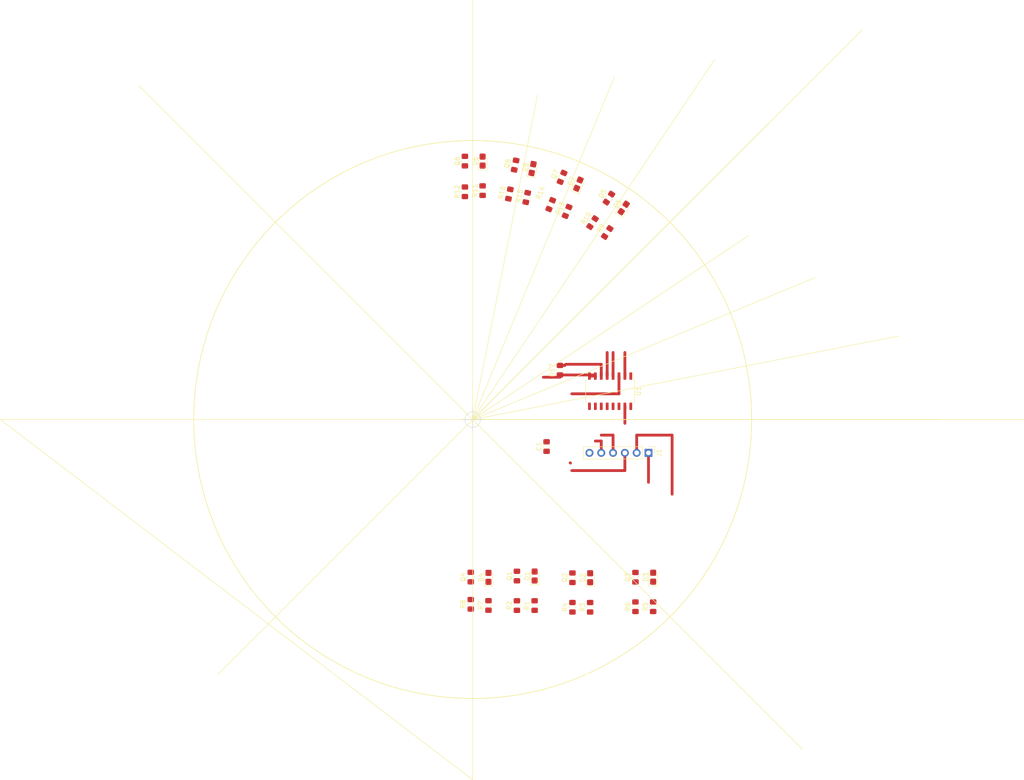
<source format=kicad_pcb>
(kicad_pcb (version 20171130) (host pcbnew "(5.1.4)-1")

  (general
    (thickness 1.6)
    (drawings 17)
    (tracks 27)
    (zones 0)
    (modules 36)
    (nets 24)
  )

  (page A4)
  (layers
    (0 F.Cu signal)
    (31 B.Cu signal)
    (32 B.Adhes user)
    (33 F.Adhes user)
    (34 B.Paste user hide)
    (35 F.Paste user)
    (36 B.SilkS user hide)
    (37 F.SilkS user)
    (38 B.Mask user)
    (39 F.Mask user)
    (40 Dwgs.User user)
    (41 Cmts.User user)
    (42 Eco1.User user)
    (43 Eco2.User user)
    (44 Edge.Cuts user)
    (45 Margin user)
    (46 B.CrtYd user)
    (47 F.CrtYd user)
    (48 B.Fab user)
    (49 F.Fab user)
  )

  (setup
    (last_trace_width 0.6)
    (user_trace_width 0.6)
    (user_trace_width 0.8)
    (user_trace_width 1)
    (trace_clearance 0.2)
    (zone_clearance 0.508)
    (zone_45_only no)
    (trace_min 0.2)
    (via_size 0.8)
    (via_drill 0.4)
    (via_min_size 0.4)
    (via_min_drill 0.3)
    (uvia_size 0.3)
    (uvia_drill 0.1)
    (uvias_allowed no)
    (uvia_min_size 0.2)
    (uvia_min_drill 0.1)
    (edge_width 0.05)
    (segment_width 0.2)
    (pcb_text_width 0.3)
    (pcb_text_size 1.5 1.5)
    (mod_edge_width 0.12)
    (mod_text_size 1 1)
    (mod_text_width 0.15)
    (pad_size 1.524 1.524)
    (pad_drill 0.762)
    (pad_to_mask_clearance 0.051)
    (solder_mask_min_width 0.25)
    (aux_axis_origin 0 0)
    (visible_elements FFFFFF7F)
    (pcbplotparams
      (layerselection 0x010fc_ffffffff)
      (usegerberextensions false)
      (usegerberattributes false)
      (usegerberadvancedattributes false)
      (creategerberjobfile false)
      (excludeedgelayer true)
      (linewidth 0.100000)
      (plotframeref false)
      (viasonmask false)
      (mode 1)
      (useauxorigin false)
      (hpglpennumber 1)
      (hpglpenspeed 20)
      (hpglpendiameter 15.000000)
      (psnegative false)
      (psa4output false)
      (plotreference true)
      (plotvalue true)
      (plotinvisibletext false)
      (padsonsilk false)
      (subtractmaskfromsilk false)
      (outputformat 1)
      (mirror false)
      (drillshape 1)
      (scaleselection 1)
      (outputdirectory ""))
  )

  (net 0 "")
  (net 1 "Net-(C1-Pad1)")
  (net 2 "Net-(C1-Pad2)")
  (net 3 "Net-(J1-Pad3)")
  (net 4 "Net-(J1-Pad4)")
  (net 5 "Net-(J1-Pad5)")
  (net 6 "Net-(J1-Pad6)")
  (net 7 "Net-(Q1-Pad1)")
  (net 8 "Net-(Q2-Pad1)")
  (net 9 "Net-(Q3-Pad1)")
  (net 10 "Net-(Q4-Pad1)")
  (net 11 "Net-(Q5-Pad1)")
  (net 12 "Net-(Q6-Pad1)")
  (net 13 "Net-(Q7-Pad1)")
  (net 14 "Net-(Q8-Pad1)")
  (net 15 "Net-(D1-Pad1)")
  (net 16 "Net-(D2-Pad1)")
  (net 17 "Net-(D3-Pad1)")
  (net 18 "Net-(D4-Pad1)")
  (net 19 "Net-(D5-Pad1)")
  (net 20 "Net-(D6-Pad1)")
  (net 21 "Net-(D7-Pad1)")
  (net 22 "Net-(D8-Pad1)")
  (net 23 "Net-(R17-Pad2)")

  (net_class Default "Это класс цепей по умолчанию."
    (clearance 0.2)
    (trace_width 0.25)
    (via_dia 0.8)
    (via_drill 0.4)
    (uvia_dia 0.3)
    (uvia_drill 0.1)
    (add_net "Net-(C1-Pad1)")
    (add_net "Net-(C1-Pad2)")
    (add_net "Net-(D1-Pad1)")
    (add_net "Net-(D2-Pad1)")
    (add_net "Net-(D3-Pad1)")
    (add_net "Net-(D4-Pad1)")
    (add_net "Net-(D5-Pad1)")
    (add_net "Net-(D6-Pad1)")
    (add_net "Net-(D7-Pad1)")
    (add_net "Net-(D8-Pad1)")
    (add_net "Net-(J1-Pad3)")
    (add_net "Net-(J1-Pad4)")
    (add_net "Net-(J1-Pad5)")
    (add_net "Net-(J1-Pad6)")
    (add_net "Net-(Q1-Pad1)")
    (add_net "Net-(Q2-Pad1)")
    (add_net "Net-(Q3-Pad1)")
    (add_net "Net-(Q4-Pad1)")
    (add_net "Net-(Q5-Pad1)")
    (add_net "Net-(Q6-Pad1)")
    (add_net "Net-(Q7-Pad1)")
    (add_net "Net-(Q8-Pad1)")
    (add_net "Net-(R17-Pad2)")
  )

  (module Resistor_SMD:R_0805_2012Metric_Pad1.15x1.40mm_HandSolder (layer F.Cu) (tedit 5B36C52B) (tstamp 5DF3DDC0)
    (at 134.892537 65.801701 78.7)
    (descr "Resistor SMD 0805 (2012 Metric), square (rectangular) end terminal, IPC_7351 nominal with elongated pad for handsoldering. (Body size source: https://docs.google.com/spreadsheets/d/1BsfQQcO9C6DZCsRaXUlFlo91Tg2WpOkGARC1WS5S8t0/edit?usp=sharing), generated with kicad-footprint-generator")
    (tags "resistor handsolder")
    (path /5DF4C7C0)
    (attr smd)
    (fp_text reference R16 (at 0 -1.65 78.7) (layer F.SilkS)
      (effects (font (size 1 1) (thickness 0.15)))
    )
    (fp_text value R (at 0 1.65 78.7) (layer F.Fab)
      (effects (font (size 1 1) (thickness 0.15)))
    )
    (fp_text user %R (at 0 0 78.7) (layer F.Fab)
      (effects (font (size 0.5 0.5) (thickness 0.08)))
    )
    (fp_line (start 1.85 0.95) (end -1.85 0.95) (layer F.CrtYd) (width 0.05))
    (fp_line (start 1.85 -0.95) (end 1.85 0.95) (layer F.CrtYd) (width 0.05))
    (fp_line (start -1.85 -0.95) (end 1.85 -0.95) (layer F.CrtYd) (width 0.05))
    (fp_line (start -1.85 0.95) (end -1.85 -0.95) (layer F.CrtYd) (width 0.05))
    (fp_line (start -0.261252 0.71) (end 0.261252 0.71) (layer F.SilkS) (width 0.12))
    (fp_line (start -0.261252 -0.71) (end 0.261252 -0.71) (layer F.SilkS) (width 0.12))
    (fp_line (start 1 0.6) (end -1 0.6) (layer F.Fab) (width 0.1))
    (fp_line (start 1 -0.6) (end 1 0.6) (layer F.Fab) (width 0.1))
    (fp_line (start -1 -0.6) (end 1 -0.6) (layer F.Fab) (width 0.1))
    (fp_line (start -1 0.6) (end -1 -0.6) (layer F.Fab) (width 0.1))
    (pad 2 smd roundrect (at 1.025 0 78.7) (size 1.15 1.4) (layers F.Cu F.Paste F.Mask) (roundrect_rratio 0.217391)
      (net 14 "Net-(Q8-Pad1)"))
    (pad 1 smd roundrect (at -1.025 0 78.7) (size 1.15 1.4) (layers F.Cu F.Paste F.Mask) (roundrect_rratio 0.217391)
      (net 2 "Net-(C1-Pad2)"))
    (model ${KISYS3DMOD}/Resistor_SMD.3dshapes/R_0805_2012Metric.wrl
      (at (xyz 0 0 0))
      (scale (xyz 1 1 1))
      (rotate (xyz 0 0 0))
    )
  )

  (module Resistor_SMD:R_0805_2012Metric_Pad1.15x1.40mm_HandSolder (layer F.Cu) (tedit 5B36C52B) (tstamp 5DF3DDAF)
    (at 138.628679 66.548256 78.7)
    (descr "Resistor SMD 0805 (2012 Metric), square (rectangular) end terminal, IPC_7351 nominal with elongated pad for handsoldering. (Body size source: https://docs.google.com/spreadsheets/d/1BsfQQcO9C6DZCsRaXUlFlo91Tg2WpOkGARC1WS5S8t0/edit?usp=sharing), generated with kicad-footprint-generator")
    (tags "resistor handsolder")
    (path /5DF4C7BA)
    (attr smd)
    (fp_text reference R15 (at 0 -1.65 78.7) (layer F.SilkS)
      (effects (font (size 1 1) (thickness 0.15)))
    )
    (fp_text value R (at 0 1.65 78.7) (layer F.Fab)
      (effects (font (size 1 1) (thickness 0.15)))
    )
    (fp_text user %R (at 0 0 78.7) (layer F.Fab)
      (effects (font (size 0.5 0.5) (thickness 0.08)))
    )
    (fp_line (start 1.85 0.95) (end -1.85 0.95) (layer F.CrtYd) (width 0.05))
    (fp_line (start 1.85 -0.95) (end 1.85 0.95) (layer F.CrtYd) (width 0.05))
    (fp_line (start -1.85 -0.95) (end 1.85 -0.95) (layer F.CrtYd) (width 0.05))
    (fp_line (start -1.85 0.95) (end -1.85 -0.95) (layer F.CrtYd) (width 0.05))
    (fp_line (start -0.261252 0.71) (end 0.261252 0.71) (layer F.SilkS) (width 0.12))
    (fp_line (start -0.261252 -0.71) (end 0.261252 -0.71) (layer F.SilkS) (width 0.12))
    (fp_line (start 1 0.6) (end -1 0.6) (layer F.Fab) (width 0.1))
    (fp_line (start 1 -0.6) (end 1 0.6) (layer F.Fab) (width 0.1))
    (fp_line (start -1 -0.6) (end 1 -0.6) (layer F.Fab) (width 0.1))
    (fp_line (start -1 0.6) (end -1 -0.6) (layer F.Fab) (width 0.1))
    (pad 2 smd roundrect (at 1.025 0 78.7) (size 1.15 1.4) (layers F.Cu F.Paste F.Mask) (roundrect_rratio 0.217391)
      (net 22 "Net-(D8-Pad1)"))
    (pad 1 smd roundrect (at -1.025 0 78.7) (size 1.15 1.4) (layers F.Cu F.Paste F.Mask) (roundrect_rratio 0.217391)
      (net 2 "Net-(C1-Pad2)"))
    (model ${KISYS3DMOD}/Resistor_SMD.3dshapes/R_0805_2012Metric.wrl
      (at (xyz 0 0 0))
      (scale (xyz 1 1 1))
      (rotate (xyz 0 0 0))
    )
  )

  (module Resistor_SMD:R_0805_2012Metric_Pad1.15x1.40mm_HandSolder (layer F.Cu) (tedit 5B36C52B) (tstamp 5DF3DCB0)
    (at 136.136795 59.574798 78.7)
    (descr "Resistor SMD 0805 (2012 Metric), square (rectangular) end terminal, IPC_7351 nominal with elongated pad for handsoldering. (Body size source: https://docs.google.com/spreadsheets/d/1BsfQQcO9C6DZCsRaXUlFlo91Tg2WpOkGARC1WS5S8t0/edit?usp=sharing), generated with kicad-footprint-generator")
    (tags "resistor handsolder")
    (path /5DF4C7CC)
    (attr smd)
    (fp_text reference Q8 (at 0 -1.65 78.7) (layer F.SilkS)
      (effects (font (size 1 1) (thickness 0.15)))
    )
    (fp_text value SFH300 (at 0 1.65 78.7) (layer F.Fab)
      (effects (font (size 1 1) (thickness 0.15)))
    )
    (fp_text user %R (at 0 0 78.7) (layer F.Fab)
      (effects (font (size 0.5 0.5) (thickness 0.08)))
    )
    (fp_line (start 1.85 0.95) (end -1.85 0.95) (layer F.CrtYd) (width 0.05))
    (fp_line (start 1.85 -0.95) (end 1.85 0.95) (layer F.CrtYd) (width 0.05))
    (fp_line (start -1.85 -0.95) (end 1.85 -0.95) (layer F.CrtYd) (width 0.05))
    (fp_line (start -1.85 0.95) (end -1.85 -0.95) (layer F.CrtYd) (width 0.05))
    (fp_line (start -0.261252 0.71) (end 0.261252 0.71) (layer F.SilkS) (width 0.12))
    (fp_line (start -0.261252 -0.71) (end 0.261252 -0.71) (layer F.SilkS) (width 0.12))
    (fp_line (start 1 0.6) (end -1 0.6) (layer F.Fab) (width 0.1))
    (fp_line (start 1 -0.6) (end 1 0.6) (layer F.Fab) (width 0.1))
    (fp_line (start -1 -0.6) (end 1 -0.6) (layer F.Fab) (width 0.1))
    (fp_line (start -1 0.6) (end -1 -0.6) (layer F.Fab) (width 0.1))
    (pad 2 smd roundrect (at 1.025 0 78.7) (size 1.15 1.4) (layers F.Cu F.Paste F.Mask) (roundrect_rratio 0.217391)
      (net 1 "Net-(C1-Pad1)"))
    (pad 1 smd roundrect (at -1.025 0 78.7) (size 1.15 1.4) (layers F.Cu F.Paste F.Mask) (roundrect_rratio 0.217391)
      (net 14 "Net-(Q8-Pad1)"))
    (model ${KISYS3DMOD}/Resistor_SMD.3dshapes/R_0805_2012Metric.wrl
      (at (xyz 0 0 0))
      (scale (xyz 1 1 1))
      (rotate (xyz 0 0 0))
    )
  )

  (module LED_SMD:LED_0805_2012Metric_Castellated (layer F.Cu) (tedit 5B36C52C) (tstamp 5DF3DC0E)
    (at 139.872937 60.321353 78.7)
    (descr "LED SMD 0805 (2012 Metric), castellated end terminal, IPC_7351 nominal, (Body size source: https://docs.google.com/spreadsheets/d/1BsfQQcO9C6DZCsRaXUlFlo91Tg2WpOkGARC1WS5S8t0/edit?usp=sharing), generated with kicad-footprint-generator")
    (tags "LED castellated")
    (path /5DF4C7C6)
    (attr smd)
    (fp_text reference D8 (at 0 -1.6 78.7) (layer F.SilkS)
      (effects (font (size 1 1) (thickness 0.15)))
    )
    (fp_text value LED (at 0 1.6 78.7) (layer F.Fab)
      (effects (font (size 1 1) (thickness 0.15)))
    )
    (fp_text user %R (at 0 0 78.7) (layer F.Fab)
      (effects (font (size 0.5 0.5) (thickness 0.08)))
    )
    (fp_line (start 1.88 0.9) (end -1.88 0.9) (layer F.CrtYd) (width 0.05))
    (fp_line (start 1.88 -0.9) (end 1.88 0.9) (layer F.CrtYd) (width 0.05))
    (fp_line (start -1.88 -0.9) (end 1.88 -0.9) (layer F.CrtYd) (width 0.05))
    (fp_line (start -1.88 0.9) (end -1.88 -0.9) (layer F.CrtYd) (width 0.05))
    (fp_line (start -1.885 0.91) (end 1 0.91) (layer F.SilkS) (width 0.12))
    (fp_line (start -1.885 -0.91) (end -1.885 0.91) (layer F.SilkS) (width 0.12))
    (fp_line (start 1 -0.91) (end -1.885 -0.91) (layer F.SilkS) (width 0.12))
    (fp_line (start 1 0.6) (end 1 -0.6) (layer F.Fab) (width 0.1))
    (fp_line (start -1 0.6) (end 1 0.6) (layer F.Fab) (width 0.1))
    (fp_line (start -1 -0.3) (end -1 0.6) (layer F.Fab) (width 0.1))
    (fp_line (start -0.7 -0.6) (end -1 -0.3) (layer F.Fab) (width 0.1))
    (fp_line (start 1 -0.6) (end -0.7 -0.6) (layer F.Fab) (width 0.1))
    (pad 2 smd roundrect (at 0.9625 0 78.7) (size 1.325 1.3) (layers F.Cu F.Paste F.Mask) (roundrect_rratio 0.192308)
      (net 1 "Net-(C1-Pad1)"))
    (pad 1 smd roundrect (at -0.9625 0 78.7) (size 1.325 1.3) (layers F.Cu F.Paste F.Mask) (roundrect_rratio 0.192308)
      (net 22 "Net-(D8-Pad1)"))
    (model ${KISYS3DMOD}/LED_SMD.3dshapes/LED_0805_2012Metric_Castellated.wrl
      (at (xyz 0 0 0))
      (scale (xyz 1 1 1))
      (rotate (xyz 0 0 0))
    )
  )

  (module Package_SO:SOP-16_4.55x10.3mm_P1.27mm (layer F.Cu) (tedit 5C5B553D) (tstamp 5DF3DDF8)
    (at 156.565 108.21 270)
    (descr "SOP, 16 Pin (https://toshiba.semicon-storage.com/info/docget.jsp?did=12855&prodName=TLP290-4), generated with kicad-footprint-generator ipc_gullwing_generator.py")
    (tags "SOP SO")
    (path /5DF3FCD1)
    (attr smd)
    (fp_text reference U1 (at 0 -6.1 90) (layer F.SilkS)
      (effects (font (size 1 1) (thickness 0.15)))
    )
    (fp_text value 74HC4051 (at 0 6.1 90) (layer F.Fab)
      (effects (font (size 1 1) (thickness 0.15)))
    )
    (fp_text user %R (at 0 0 90) (layer F.Fab)
      (effects (font (size 1 1) (thickness 0.15)))
    )
    (fp_line (start 4.3 -5.4) (end -4.3 -5.4) (layer F.CrtYd) (width 0.05))
    (fp_line (start 4.3 5.4) (end 4.3 -5.4) (layer F.CrtYd) (width 0.05))
    (fp_line (start -4.3 5.4) (end 4.3 5.4) (layer F.CrtYd) (width 0.05))
    (fp_line (start -4.3 -5.4) (end -4.3 5.4) (layer F.CrtYd) (width 0.05))
    (fp_line (start -2.275 -4.15) (end -1.275 -5.15) (layer F.Fab) (width 0.1))
    (fp_line (start -2.275 5.15) (end -2.275 -4.15) (layer F.Fab) (width 0.1))
    (fp_line (start 2.275 5.15) (end -2.275 5.15) (layer F.Fab) (width 0.1))
    (fp_line (start 2.275 -5.15) (end 2.275 5.15) (layer F.Fab) (width 0.1))
    (fp_line (start -1.275 -5.15) (end 2.275 -5.15) (layer F.Fab) (width 0.1))
    (fp_line (start -2.385 -5.005) (end -4.05 -5.005) (layer F.SilkS) (width 0.12))
    (fp_line (start -2.385 -5.26) (end -2.385 -5.005) (layer F.SilkS) (width 0.12))
    (fp_line (start 0 -5.26) (end -2.385 -5.26) (layer F.SilkS) (width 0.12))
    (fp_line (start 2.385 -5.26) (end 2.385 -5.005) (layer F.SilkS) (width 0.12))
    (fp_line (start 0 -5.26) (end 2.385 -5.26) (layer F.SilkS) (width 0.12))
    (fp_line (start -2.385 5.26) (end -2.385 5.005) (layer F.SilkS) (width 0.12))
    (fp_line (start 0 5.26) (end -2.385 5.26) (layer F.SilkS) (width 0.12))
    (fp_line (start 2.385 5.26) (end 2.385 5.005) (layer F.SilkS) (width 0.12))
    (fp_line (start 0 5.26) (end 2.385 5.26) (layer F.SilkS) (width 0.12))
    (pad 16 smd roundrect (at 3.25 -4.445 270) (size 1.6 0.6) (layers F.Cu F.Paste F.Mask) (roundrect_rratio 0.25)
      (net 1 "Net-(C1-Pad1)"))
    (pad 15 smd roundrect (at 3.25 -3.175 270) (size 1.6 0.6) (layers F.Cu F.Paste F.Mask) (roundrect_rratio 0.25)
      (net 9 "Net-(Q3-Pad1)"))
    (pad 14 smd roundrect (at 3.25 -1.905 270) (size 1.6 0.6) (layers F.Cu F.Paste F.Mask) (roundrect_rratio 0.25)
      (net 8 "Net-(Q2-Pad1)"))
    (pad 13 smd roundrect (at 3.25 -0.635 270) (size 1.6 0.6) (layers F.Cu F.Paste F.Mask) (roundrect_rratio 0.25)
      (net 7 "Net-(Q1-Pad1)"))
    (pad 12 smd roundrect (at 3.25 0.635 270) (size 1.6 0.6) (layers F.Cu F.Paste F.Mask) (roundrect_rratio 0.25)
      (net 10 "Net-(Q4-Pad1)"))
    (pad 11 smd roundrect (at 3.25 1.905 270) (size 1.6 0.6) (layers F.Cu F.Paste F.Mask) (roundrect_rratio 0.25)
      (net 4 "Net-(J1-Pad4)"))
    (pad 10 smd roundrect (at 3.25 3.175 270) (size 1.6 0.6) (layers F.Cu F.Paste F.Mask) (roundrect_rratio 0.25)
      (net 5 "Net-(J1-Pad5)"))
    (pad 9 smd roundrect (at 3.25 4.445 270) (size 1.6 0.6) (layers F.Cu F.Paste F.Mask) (roundrect_rratio 0.25)
      (net 6 "Net-(J1-Pad6)"))
    (pad 8 smd roundrect (at -3.25 4.445 270) (size 1.6 0.6) (layers F.Cu F.Paste F.Mask) (roundrect_rratio 0.25)
      (net 2 "Net-(C1-Pad2)"))
    (pad 7 smd roundrect (at -3.25 3.175 270) (size 1.6 0.6) (layers F.Cu F.Paste F.Mask) (roundrect_rratio 0.25)
      (net 2 "Net-(C1-Pad2)"))
    (pad 6 smd roundrect (at -3.25 1.905 270) (size 1.6 0.6) (layers F.Cu F.Paste F.Mask) (roundrect_rratio 0.25)
      (net 23 "Net-(R17-Pad2)"))
    (pad 5 smd roundrect (at -3.25 0.635 270) (size 1.6 0.6) (layers F.Cu F.Paste F.Mask) (roundrect_rratio 0.25)
      (net 12 "Net-(Q6-Pad1)"))
    (pad 4 smd roundrect (at -3.25 -0.635 270) (size 1.6 0.6) (layers F.Cu F.Paste F.Mask) (roundrect_rratio 0.25)
      (net 14 "Net-(Q8-Pad1)"))
    (pad 3 smd roundrect (at -3.25 -1.905 270) (size 1.6 0.6) (layers F.Cu F.Paste F.Mask) (roundrect_rratio 0.25)
      (net 3 "Net-(J1-Pad3)"))
    (pad 2 smd roundrect (at -3.25 -3.175 270) (size 1.6 0.6) (layers F.Cu F.Paste F.Mask) (roundrect_rratio 0.25)
      (net 13 "Net-(Q7-Pad1)"))
    (pad 1 smd roundrect (at -3.25 -4.445 270) (size 1.6 0.6) (layers F.Cu F.Paste F.Mask) (roundrect_rratio 0.25)
      (net 11 "Net-(Q5-Pad1)"))
    (model ${KISYS3DMOD}/Package_SO.3dshapes/SOP-16_4.55x10.3mm_P1.27mm.wrl
      (at (xyz 0 0 0))
      (scale (xyz 1 1 1))
      (rotate (xyz 0 0 0))
    )
  )

  (module Resistor_SMD:R_0805_2012Metric_Pad1.15x1.40mm_HandSolder (layer F.Cu) (tedit 5B36C52B) (tstamp 5DF3DDD1)
    (at 145.77 103.69 90)
    (descr "Resistor SMD 0805 (2012 Metric), square (rectangular) end terminal, IPC_7351 nominal with elongated pad for handsoldering. (Body size source: https://docs.google.com/spreadsheets/d/1BsfQQcO9C6DZCsRaXUlFlo91Tg2WpOkGARC1WS5S8t0/edit?usp=sharing), generated with kicad-footprint-generator")
    (tags "resistor handsolder")
    (path /5DFA6CFC)
    (attr smd)
    (fp_text reference R17 (at 0 -1.65 90) (layer F.SilkS)
      (effects (font (size 1 1) (thickness 0.15)))
    )
    (fp_text value R (at 0 1.65 90) (layer F.Fab)
      (effects (font (size 1 1) (thickness 0.15)))
    )
    (fp_text user %R (at 0 0 90) (layer F.Fab)
      (effects (font (size 0.5 0.5) (thickness 0.08)))
    )
    (fp_line (start 1.85 0.95) (end -1.85 0.95) (layer F.CrtYd) (width 0.05))
    (fp_line (start 1.85 -0.95) (end 1.85 0.95) (layer F.CrtYd) (width 0.05))
    (fp_line (start -1.85 -0.95) (end 1.85 -0.95) (layer F.CrtYd) (width 0.05))
    (fp_line (start -1.85 0.95) (end -1.85 -0.95) (layer F.CrtYd) (width 0.05))
    (fp_line (start -0.261252 0.71) (end 0.261252 0.71) (layer F.SilkS) (width 0.12))
    (fp_line (start -0.261252 -0.71) (end 0.261252 -0.71) (layer F.SilkS) (width 0.12))
    (fp_line (start 1 0.6) (end -1 0.6) (layer F.Fab) (width 0.1))
    (fp_line (start 1 -0.6) (end 1 0.6) (layer F.Fab) (width 0.1))
    (fp_line (start -1 -0.6) (end 1 -0.6) (layer F.Fab) (width 0.1))
    (fp_line (start -1 0.6) (end -1 -0.6) (layer F.Fab) (width 0.1))
    (pad 2 smd roundrect (at 1.025 0 90) (size 1.15 1.4) (layers F.Cu F.Paste F.Mask) (roundrect_rratio 0.217391)
      (net 23 "Net-(R17-Pad2)"))
    (pad 1 smd roundrect (at -1.025 0 90) (size 1.15 1.4) (layers F.Cu F.Paste F.Mask) (roundrect_rratio 0.217391)
      (net 2 "Net-(C1-Pad2)"))
    (model ${KISYS3DMOD}/Resistor_SMD.3dshapes/R_0805_2012Metric.wrl
      (at (xyz 0 0 0))
      (scale (xyz 1 1 1))
      (rotate (xyz 0 0 0))
    )
  )

  (module Resistor_SMD:R_0805_2012Metric_Pad1.15x1.40mm_HandSolder (layer F.Cu) (tedit 5B36C52B) (tstamp 5DF3DD9E)
    (at 143.795965 68.078907 67.5)
    (descr "Resistor SMD 0805 (2012 Metric), square (rectangular) end terminal, IPC_7351 nominal with elongated pad for handsoldering. (Body size source: https://docs.google.com/spreadsheets/d/1BsfQQcO9C6DZCsRaXUlFlo91Tg2WpOkGARC1WS5S8t0/edit?usp=sharing), generated with kicad-footprint-generator")
    (tags "resistor handsolder")
    (path /5DF4C7A3)
    (attr smd)
    (fp_text reference R14 (at 1.5 -3 67.5) (layer F.SilkS)
      (effects (font (size 1 1) (thickness 0.15)))
    )
    (fp_text value R (at 0 1.65 67.5) (layer F.Fab)
      (effects (font (size 1 1) (thickness 0.15)))
    )
    (fp_text user %R (at 0 0 67.5) (layer F.Fab)
      (effects (font (size 0.5 0.5) (thickness 0.08)))
    )
    (fp_line (start 1.85 0.95) (end -1.85 0.95) (layer F.CrtYd) (width 0.05))
    (fp_line (start 1.85 -0.95) (end 1.85 0.95) (layer F.CrtYd) (width 0.05))
    (fp_line (start -1.85 -0.95) (end 1.85 -0.95) (layer F.CrtYd) (width 0.05))
    (fp_line (start -1.85 0.95) (end -1.85 -0.95) (layer F.CrtYd) (width 0.05))
    (fp_line (start -0.261252 0.71) (end 0.261252 0.71) (layer F.SilkS) (width 0.12))
    (fp_line (start -0.261252 -0.71) (end 0.261252 -0.71) (layer F.SilkS) (width 0.12))
    (fp_line (start 1 0.6) (end -1 0.6) (layer F.Fab) (width 0.1))
    (fp_line (start 1 -0.6) (end 1 0.6) (layer F.Fab) (width 0.1))
    (fp_line (start -1 -0.6) (end 1 -0.6) (layer F.Fab) (width 0.1))
    (fp_line (start -1 0.6) (end -1 -0.6) (layer F.Fab) (width 0.1))
    (pad 2 smd roundrect (at 1.025 0 67.5) (size 1.15 1.4) (layers F.Cu F.Paste F.Mask) (roundrect_rratio 0.217391)
      (net 13 "Net-(Q7-Pad1)"))
    (pad 1 smd roundrect (at -1.025 0 67.5) (size 1.15 1.4) (layers F.Cu F.Paste F.Mask) (roundrect_rratio 0.217391)
      (net 2 "Net-(C1-Pad2)"))
    (model ${KISYS3DMOD}/Resistor_SMD.3dshapes/R_0805_2012Metric.wrl
      (at (xyz 0 0 0))
      (scale (xyz 1 1 1))
      (rotate (xyz 0 0 0))
    )
  )

  (module Resistor_SMD:R_0805_2012Metric_Pad1.15x1.40mm_HandSolder (layer F.Cu) (tedit 5B36C52B) (tstamp 5DF3DD8D)
    (at 147.315946 69.53693 67.5)
    (descr "Resistor SMD 0805 (2012 Metric), square (rectangular) end terminal, IPC_7351 nominal with elongated pad for handsoldering. (Body size source: https://docs.google.com/spreadsheets/d/1BsfQQcO9C6DZCsRaXUlFlo91Tg2WpOkGARC1WS5S8t0/edit?usp=sharing), generated with kicad-footprint-generator")
    (tags "resistor handsolder")
    (path /5DF4C79D)
    (attr smd)
    (fp_text reference R13 (at 0 -1.65 67.5) (layer F.SilkS)
      (effects (font (size 1 1) (thickness 0.15)))
    )
    (fp_text value R (at 0 1.65 67.5) (layer F.Fab)
      (effects (font (size 1 1) (thickness 0.15)))
    )
    (fp_text user %R (at 0 0 67.5) (layer F.Fab)
      (effects (font (size 0.5 0.5) (thickness 0.08)))
    )
    (fp_line (start 1.85 0.95) (end -1.85 0.95) (layer F.CrtYd) (width 0.05))
    (fp_line (start 1.85 -0.95) (end 1.85 0.95) (layer F.CrtYd) (width 0.05))
    (fp_line (start -1.85 -0.95) (end 1.85 -0.95) (layer F.CrtYd) (width 0.05))
    (fp_line (start -1.85 0.95) (end -1.85 -0.95) (layer F.CrtYd) (width 0.05))
    (fp_line (start -0.261252 0.71) (end 0.261252 0.71) (layer F.SilkS) (width 0.12))
    (fp_line (start -0.261252 -0.71) (end 0.261252 -0.71) (layer F.SilkS) (width 0.12))
    (fp_line (start 1 0.6) (end -1 0.6) (layer F.Fab) (width 0.1))
    (fp_line (start 1 -0.6) (end 1 0.6) (layer F.Fab) (width 0.1))
    (fp_line (start -1 -0.6) (end 1 -0.6) (layer F.Fab) (width 0.1))
    (fp_line (start -1 0.6) (end -1 -0.6) (layer F.Fab) (width 0.1))
    (pad 2 smd roundrect (at 1.025 0 67.5) (size 1.15 1.4) (layers F.Cu F.Paste F.Mask) (roundrect_rratio 0.217391)
      (net 21 "Net-(D7-Pad1)"))
    (pad 1 smd roundrect (at -1.025 0 67.5) (size 1.15 1.4) (layers F.Cu F.Paste F.Mask) (roundrect_rratio 0.217391)
      (net 2 "Net-(C1-Pad2)"))
    (model ${KISYS3DMOD}/Resistor_SMD.3dshapes/R_0805_2012Metric.wrl
      (at (xyz 0 0 0))
      (scale (xyz 1 1 1))
      (rotate (xyz 0 0 0))
    )
  )

  (module Resistor_SMD:R_0805_2012Metric_Pad1.15x1.40mm_HandSolder (layer F.Cu) (tedit 5B36C52B) (tstamp 5DF3DD7C)
    (at 125.33 65.315 90)
    (descr "Resistor SMD 0805 (2012 Metric), square (rectangular) end terminal, IPC_7351 nominal with elongated pad for handsoldering. (Body size source: https://docs.google.com/spreadsheets/d/1BsfQQcO9C6DZCsRaXUlFlo91Tg2WpOkGARC1WS5S8t0/edit?usp=sharing), generated with kicad-footprint-generator")
    (tags "resistor handsolder")
    (path /5DF4C786)
    (attr smd)
    (fp_text reference R12 (at 0 -1.65 90) (layer F.SilkS)
      (effects (font (size 1 1) (thickness 0.15)))
    )
    (fp_text value R (at 0 1.65 90) (layer F.Fab)
      (effects (font (size 1 1) (thickness 0.15)))
    )
    (fp_text user %R (at 0 0 90) (layer F.Fab)
      (effects (font (size 0.5 0.5) (thickness 0.08)))
    )
    (fp_line (start 1.85 0.95) (end -1.85 0.95) (layer F.CrtYd) (width 0.05))
    (fp_line (start 1.85 -0.95) (end 1.85 0.95) (layer F.CrtYd) (width 0.05))
    (fp_line (start -1.85 -0.95) (end 1.85 -0.95) (layer F.CrtYd) (width 0.05))
    (fp_line (start -1.85 0.95) (end -1.85 -0.95) (layer F.CrtYd) (width 0.05))
    (fp_line (start -0.261252 0.71) (end 0.261252 0.71) (layer F.SilkS) (width 0.12))
    (fp_line (start -0.261252 -0.71) (end 0.261252 -0.71) (layer F.SilkS) (width 0.12))
    (fp_line (start 1 0.6) (end -1 0.6) (layer F.Fab) (width 0.1))
    (fp_line (start 1 -0.6) (end 1 0.6) (layer F.Fab) (width 0.1))
    (fp_line (start -1 -0.6) (end 1 -0.6) (layer F.Fab) (width 0.1))
    (fp_line (start -1 0.6) (end -1 -0.6) (layer F.Fab) (width 0.1))
    (pad 2 smd roundrect (at 1.025 0 90) (size 1.15 1.4) (layers F.Cu F.Paste F.Mask) (roundrect_rratio 0.217391)
      (net 12 "Net-(Q6-Pad1)"))
    (pad 1 smd roundrect (at -1.025 0 90) (size 1.15 1.4) (layers F.Cu F.Paste F.Mask) (roundrect_rratio 0.217391)
      (net 2 "Net-(C1-Pad2)"))
    (model ${KISYS3DMOD}/Resistor_SMD.3dshapes/R_0805_2012Metric.wrl
      (at (xyz 0 0 0))
      (scale (xyz 1 1 1))
      (rotate (xyz 0 0 0))
    )
  )

  (module Resistor_SMD:R_0805_2012Metric_Pad1.15x1.40mm_HandSolder (layer F.Cu) (tedit 5B36C52B) (tstamp 5DF3DD6B)
    (at 129.14 65.07 90)
    (descr "Resistor SMD 0805 (2012 Metric), square (rectangular) end terminal, IPC_7351 nominal with elongated pad for handsoldering. (Body size source: https://docs.google.com/spreadsheets/d/1BsfQQcO9C6DZCsRaXUlFlo91Tg2WpOkGARC1WS5S8t0/edit?usp=sharing), generated with kicad-footprint-generator")
    (tags "resistor handsolder")
    (path /5DF4C780)
    (attr smd)
    (fp_text reference R11 (at 0 -1.65 90) (layer F.SilkS)
      (effects (font (size 1 1) (thickness 0.15)))
    )
    (fp_text value R (at 0 1.65 90) (layer F.Fab)
      (effects (font (size 1 1) (thickness 0.15)))
    )
    (fp_text user %R (at 0 0 90) (layer F.Fab)
      (effects (font (size 0.5 0.5) (thickness 0.08)))
    )
    (fp_line (start 1.85 0.95) (end -1.85 0.95) (layer F.CrtYd) (width 0.05))
    (fp_line (start 1.85 -0.95) (end 1.85 0.95) (layer F.CrtYd) (width 0.05))
    (fp_line (start -1.85 -0.95) (end 1.85 -0.95) (layer F.CrtYd) (width 0.05))
    (fp_line (start -1.85 0.95) (end -1.85 -0.95) (layer F.CrtYd) (width 0.05))
    (fp_line (start -0.261252 0.71) (end 0.261252 0.71) (layer F.SilkS) (width 0.12))
    (fp_line (start -0.261252 -0.71) (end 0.261252 -0.71) (layer F.SilkS) (width 0.12))
    (fp_line (start 1 0.6) (end -1 0.6) (layer F.Fab) (width 0.1))
    (fp_line (start 1 -0.6) (end 1 0.6) (layer F.Fab) (width 0.1))
    (fp_line (start -1 -0.6) (end 1 -0.6) (layer F.Fab) (width 0.1))
    (fp_line (start -1 0.6) (end -1 -0.6) (layer F.Fab) (width 0.1))
    (pad 2 smd roundrect (at 1.025 0 90) (size 1.15 1.4) (layers F.Cu F.Paste F.Mask) (roundrect_rratio 0.217391)
      (net 20 "Net-(D6-Pad1)"))
    (pad 1 smd roundrect (at -1.025 0 90) (size 1.15 1.4) (layers F.Cu F.Paste F.Mask) (roundrect_rratio 0.217391)
      (net 2 "Net-(C1-Pad2)"))
    (model ${KISYS3DMOD}/Resistor_SMD.3dshapes/R_0805_2012Metric.wrl
      (at (xyz 0 0 0))
      (scale (xyz 1 1 1))
      (rotate (xyz 0 0 0))
    )
  )

  (module Resistor_SMD:R_0805_2012Metric_Pad1.15x1.40mm_HandSolder (layer F.Cu) (tedit 5B36C52B) (tstamp 5DF3DD5A)
    (at 152.780379 71.95237 56.2)
    (descr "Resistor SMD 0805 (2012 Metric), square (rectangular) end terminal, IPC_7351 nominal with elongated pad for handsoldering. (Body size source: https://docs.google.com/spreadsheets/d/1BsfQQcO9C6DZCsRaXUlFlo91Tg2WpOkGARC1WS5S8t0/edit?usp=sharing), generated with kicad-footprint-generator")
    (tags "resistor handsolder")
    (path /5DF4C768)
    (attr smd)
    (fp_text reference R10 (at 0 -1.65 56.2) (layer F.SilkS)
      (effects (font (size 1 1) (thickness 0.15)))
    )
    (fp_text value R (at 0 1.65 56.2) (layer F.Fab)
      (effects (font (size 1 1) (thickness 0.15)))
    )
    (fp_text user %R (at 0 0 56.2) (layer F.Fab)
      (effects (font (size 0.5 0.5) (thickness 0.08)))
    )
    (fp_line (start 1.85 0.95) (end -1.85 0.95) (layer F.CrtYd) (width 0.05))
    (fp_line (start 1.85 -0.95) (end 1.85 0.95) (layer F.CrtYd) (width 0.05))
    (fp_line (start -1.85 -0.95) (end 1.85 -0.95) (layer F.CrtYd) (width 0.05))
    (fp_line (start -1.85 0.95) (end -1.85 -0.95) (layer F.CrtYd) (width 0.05))
    (fp_line (start -0.261252 0.71) (end 0.261252 0.71) (layer F.SilkS) (width 0.12))
    (fp_line (start -0.261252 -0.71) (end 0.261252 -0.71) (layer F.SilkS) (width 0.12))
    (fp_line (start 1 0.6) (end -1 0.6) (layer F.Fab) (width 0.1))
    (fp_line (start 1 -0.6) (end 1 0.6) (layer F.Fab) (width 0.1))
    (fp_line (start -1 -0.6) (end 1 -0.6) (layer F.Fab) (width 0.1))
    (fp_line (start -1 0.6) (end -1 -0.6) (layer F.Fab) (width 0.1))
    (pad 2 smd roundrect (at 1.025 0 56.2) (size 1.15 1.4) (layers F.Cu F.Paste F.Mask) (roundrect_rratio 0.217391)
      (net 11 "Net-(Q5-Pad1)"))
    (pad 1 smd roundrect (at -1.025 0 56.2) (size 1.15 1.4) (layers F.Cu F.Paste F.Mask) (roundrect_rratio 0.217391)
      (net 2 "Net-(C1-Pad2)"))
    (model ${KISYS3DMOD}/Resistor_SMD.3dshapes/R_0805_2012Metric.wrl
      (at (xyz 0 0 0))
      (scale (xyz 1 1 1))
      (rotate (xyz 0 0 0))
    )
  )

  (module Resistor_SMD:R_0805_2012Metric_Pad1.15x1.40mm_HandSolder (layer F.Cu) (tedit 5B36C52B) (tstamp 5DF3DD49)
    (at 155.94643 74.071856 56.2)
    (descr "Resistor SMD 0805 (2012 Metric), square (rectangular) end terminal, IPC_7351 nominal with elongated pad for handsoldering. (Body size source: https://docs.google.com/spreadsheets/d/1BsfQQcO9C6DZCsRaXUlFlo91Tg2WpOkGARC1WS5S8t0/edit?usp=sharing), generated with kicad-footprint-generator")
    (tags "resistor handsolder")
    (path /5DF4C762)
    (attr smd)
    (fp_text reference R9 (at 0 -1.65 56.2) (layer F.SilkS)
      (effects (font (size 1 1) (thickness 0.15)))
    )
    (fp_text value R (at 0 1.65 56.2) (layer F.Fab)
      (effects (font (size 1 1) (thickness 0.15)))
    )
    (fp_text user %R (at 0 0 56.2) (layer F.Fab)
      (effects (font (size 0.5 0.5) (thickness 0.08)))
    )
    (fp_line (start 1.85 0.95) (end -1.85 0.95) (layer F.CrtYd) (width 0.05))
    (fp_line (start 1.85 -0.95) (end 1.85 0.95) (layer F.CrtYd) (width 0.05))
    (fp_line (start -1.85 -0.95) (end 1.85 -0.95) (layer F.CrtYd) (width 0.05))
    (fp_line (start -1.85 0.95) (end -1.85 -0.95) (layer F.CrtYd) (width 0.05))
    (fp_line (start -0.261252 0.71) (end 0.261252 0.71) (layer F.SilkS) (width 0.12))
    (fp_line (start -0.261252 -0.71) (end 0.261252 -0.71) (layer F.SilkS) (width 0.12))
    (fp_line (start 1 0.6) (end -1 0.6) (layer F.Fab) (width 0.1))
    (fp_line (start 1 -0.6) (end 1 0.6) (layer F.Fab) (width 0.1))
    (fp_line (start -1 -0.6) (end 1 -0.6) (layer F.Fab) (width 0.1))
    (fp_line (start -1 0.6) (end -1 -0.6) (layer F.Fab) (width 0.1))
    (pad 2 smd roundrect (at 1.025 0 56.2) (size 1.15 1.4) (layers F.Cu F.Paste F.Mask) (roundrect_rratio 0.217391)
      (net 19 "Net-(D5-Pad1)"))
    (pad 1 smd roundrect (at -1.025 0 56.2) (size 1.15 1.4) (layers F.Cu F.Paste F.Mask) (roundrect_rratio 0.217391)
      (net 2 "Net-(C1-Pad2)"))
    (model ${KISYS3DMOD}/Resistor_SMD.3dshapes/R_0805_2012Metric.wrl
      (at (xyz 0 0 0))
      (scale (xyz 1 1 1))
      (rotate (xyz 0 0 0))
    )
  )

  (module Resistor_SMD:R_0805_2012Metric_Pad1.15x1.40mm_HandSolder (layer F.Cu) (tedit 5B36C52B) (tstamp 5DF3DD38)
    (at 126.59 154.045 90)
    (descr "Resistor SMD 0805 (2012 Metric), square (rectangular) end terminal, IPC_7351 nominal with elongated pad for handsoldering. (Body size source: https://docs.google.com/spreadsheets/d/1BsfQQcO9C6DZCsRaXUlFlo91Tg2WpOkGARC1WS5S8t0/edit?usp=sharing), generated with kicad-footprint-generator")
    (tags "resistor handsolder")
    (path /5DF459CE)
    (attr smd)
    (fp_text reference R8 (at 0 -1.65 90) (layer F.SilkS)
      (effects (font (size 1 1) (thickness 0.15)))
    )
    (fp_text value R (at 0 1.65 90) (layer F.Fab)
      (effects (font (size 1 1) (thickness 0.15)))
    )
    (fp_text user %R (at 0 0 90) (layer F.Fab)
      (effects (font (size 0.5 0.5) (thickness 0.08)))
    )
    (fp_line (start 1.85 0.95) (end -1.85 0.95) (layer F.CrtYd) (width 0.05))
    (fp_line (start 1.85 -0.95) (end 1.85 0.95) (layer F.CrtYd) (width 0.05))
    (fp_line (start -1.85 -0.95) (end 1.85 -0.95) (layer F.CrtYd) (width 0.05))
    (fp_line (start -1.85 0.95) (end -1.85 -0.95) (layer F.CrtYd) (width 0.05))
    (fp_line (start -0.261252 0.71) (end 0.261252 0.71) (layer F.SilkS) (width 0.12))
    (fp_line (start -0.261252 -0.71) (end 0.261252 -0.71) (layer F.SilkS) (width 0.12))
    (fp_line (start 1 0.6) (end -1 0.6) (layer F.Fab) (width 0.1))
    (fp_line (start 1 -0.6) (end 1 0.6) (layer F.Fab) (width 0.1))
    (fp_line (start -1 -0.6) (end 1 -0.6) (layer F.Fab) (width 0.1))
    (fp_line (start -1 0.6) (end -1 -0.6) (layer F.Fab) (width 0.1))
    (pad 2 smd roundrect (at 1.025 0 90) (size 1.15 1.4) (layers F.Cu F.Paste F.Mask) (roundrect_rratio 0.217391)
      (net 10 "Net-(Q4-Pad1)"))
    (pad 1 smd roundrect (at -1.025 0 90) (size 1.15 1.4) (layers F.Cu F.Paste F.Mask) (roundrect_rratio 0.217391)
      (net 2 "Net-(C1-Pad2)"))
    (model ${KISYS3DMOD}/Resistor_SMD.3dshapes/R_0805_2012Metric.wrl
      (at (xyz 0 0 0))
      (scale (xyz 1 1 1))
      (rotate (xyz 0 0 0))
    )
  )

  (module Resistor_SMD:R_0805_2012Metric_Pad1.15x1.40mm_HandSolder (layer F.Cu) (tedit 5B36C52B) (tstamp 5DF3DD27)
    (at 130.4 154.29 90)
    (descr "Resistor SMD 0805 (2012 Metric), square (rectangular) end terminal, IPC_7351 nominal with elongated pad for handsoldering. (Body size source: https://docs.google.com/spreadsheets/d/1BsfQQcO9C6DZCsRaXUlFlo91Tg2WpOkGARC1WS5S8t0/edit?usp=sharing), generated with kicad-footprint-generator")
    (tags "resistor handsolder")
    (path /5DF459C8)
    (attr smd)
    (fp_text reference R7 (at 0 -1.65 90) (layer F.SilkS)
      (effects (font (size 1 1) (thickness 0.15)))
    )
    (fp_text value R (at 0 1.65 90) (layer F.Fab)
      (effects (font (size 1 1) (thickness 0.15)))
    )
    (fp_text user %R (at 0 0 90) (layer F.Fab)
      (effects (font (size 0.5 0.5) (thickness 0.08)))
    )
    (fp_line (start 1.85 0.95) (end -1.85 0.95) (layer F.CrtYd) (width 0.05))
    (fp_line (start 1.85 -0.95) (end 1.85 0.95) (layer F.CrtYd) (width 0.05))
    (fp_line (start -1.85 -0.95) (end 1.85 -0.95) (layer F.CrtYd) (width 0.05))
    (fp_line (start -1.85 0.95) (end -1.85 -0.95) (layer F.CrtYd) (width 0.05))
    (fp_line (start -0.261252 0.71) (end 0.261252 0.71) (layer F.SilkS) (width 0.12))
    (fp_line (start -0.261252 -0.71) (end 0.261252 -0.71) (layer F.SilkS) (width 0.12))
    (fp_line (start 1 0.6) (end -1 0.6) (layer F.Fab) (width 0.1))
    (fp_line (start 1 -0.6) (end 1 0.6) (layer F.Fab) (width 0.1))
    (fp_line (start -1 -0.6) (end 1 -0.6) (layer F.Fab) (width 0.1))
    (fp_line (start -1 0.6) (end -1 -0.6) (layer F.Fab) (width 0.1))
    (pad 2 smd roundrect (at 1.025 0 90) (size 1.15 1.4) (layers F.Cu F.Paste F.Mask) (roundrect_rratio 0.217391)
      (net 18 "Net-(D4-Pad1)"))
    (pad 1 smd roundrect (at -1.025 0 90) (size 1.15 1.4) (layers F.Cu F.Paste F.Mask) (roundrect_rratio 0.217391)
      (net 2 "Net-(C1-Pad2)"))
    (model ${KISYS3DMOD}/Resistor_SMD.3dshapes/R_0805_2012Metric.wrl
      (at (xyz 0 0 0))
      (scale (xyz 1 1 1))
      (rotate (xyz 0 0 0))
    )
  )

  (module Resistor_SMD:R_0805_2012Metric_Pad1.15x1.40mm_HandSolder (layer F.Cu) (tedit 5B36C52B) (tstamp 5DF3DD16)
    (at 162.01317 154.566985 90)
    (descr "Resistor SMD 0805 (2012 Metric), square (rectangular) end terminal, IPC_7351 nominal with elongated pad for handsoldering. (Body size source: https://docs.google.com/spreadsheets/d/1BsfQQcO9C6DZCsRaXUlFlo91Tg2WpOkGARC1WS5S8t0/edit?usp=sharing), generated with kicad-footprint-generator")
    (tags "resistor handsolder")
    (path /5DF4426D)
    (attr smd)
    (fp_text reference R6 (at 0 -1.65 90) (layer F.SilkS)
      (effects (font (size 1 1) (thickness 0.15)))
    )
    (fp_text value R (at 0 1.65 90) (layer F.Fab)
      (effects (font (size 1 1) (thickness 0.15)))
    )
    (fp_text user %R (at 0 0 90) (layer F.Fab)
      (effects (font (size 0.5 0.5) (thickness 0.08)))
    )
    (fp_line (start 1.85 0.95) (end -1.85 0.95) (layer F.CrtYd) (width 0.05))
    (fp_line (start 1.85 -0.95) (end 1.85 0.95) (layer F.CrtYd) (width 0.05))
    (fp_line (start -1.85 -0.95) (end 1.85 -0.95) (layer F.CrtYd) (width 0.05))
    (fp_line (start -1.85 0.95) (end -1.85 -0.95) (layer F.CrtYd) (width 0.05))
    (fp_line (start -0.261252 0.71) (end 0.261252 0.71) (layer F.SilkS) (width 0.12))
    (fp_line (start -0.261252 -0.71) (end 0.261252 -0.71) (layer F.SilkS) (width 0.12))
    (fp_line (start 1 0.6) (end -1 0.6) (layer F.Fab) (width 0.1))
    (fp_line (start 1 -0.6) (end 1 0.6) (layer F.Fab) (width 0.1))
    (fp_line (start -1 -0.6) (end 1 -0.6) (layer F.Fab) (width 0.1))
    (fp_line (start -1 0.6) (end -1 -0.6) (layer F.Fab) (width 0.1))
    (pad 2 smd roundrect (at 1.025 0 90) (size 1.15 1.4) (layers F.Cu F.Paste F.Mask) (roundrect_rratio 0.217391)
      (net 9 "Net-(Q3-Pad1)"))
    (pad 1 smd roundrect (at -1.025 0 90) (size 1.15 1.4) (layers F.Cu F.Paste F.Mask) (roundrect_rratio 0.217391)
      (net 2 "Net-(C1-Pad2)"))
    (model ${KISYS3DMOD}/Resistor_SMD.3dshapes/R_0805_2012Metric.wrl
      (at (xyz 0 0 0))
      (scale (xyz 1 1 1))
      (rotate (xyz 0 0 0))
    )
  )

  (module Resistor_SMD:R_0805_2012Metric_Pad1.15x1.40mm_HandSolder (layer F.Cu) (tedit 5B36C52B) (tstamp 5DF3DD05)
    (at 165.82317 154.566985 90)
    (descr "Resistor SMD 0805 (2012 Metric), square (rectangular) end terminal, IPC_7351 nominal with elongated pad for handsoldering. (Body size source: https://docs.google.com/spreadsheets/d/1BsfQQcO9C6DZCsRaXUlFlo91Tg2WpOkGARC1WS5S8t0/edit?usp=sharing), generated with kicad-footprint-generator")
    (tags "resistor handsolder")
    (path /5DF44267)
    (attr smd)
    (fp_text reference R5 (at 0 -1.65 90) (layer F.SilkS)
      (effects (font (size 1 1) (thickness 0.15)))
    )
    (fp_text value R (at 0 1.65 90) (layer F.Fab)
      (effects (font (size 1 1) (thickness 0.15)))
    )
    (fp_text user %R (at 0 0 90) (layer F.Fab)
      (effects (font (size 0.5 0.5) (thickness 0.08)))
    )
    (fp_line (start 1.85 0.95) (end -1.85 0.95) (layer F.CrtYd) (width 0.05))
    (fp_line (start 1.85 -0.95) (end 1.85 0.95) (layer F.CrtYd) (width 0.05))
    (fp_line (start -1.85 -0.95) (end 1.85 -0.95) (layer F.CrtYd) (width 0.05))
    (fp_line (start -1.85 0.95) (end -1.85 -0.95) (layer F.CrtYd) (width 0.05))
    (fp_line (start -0.261252 0.71) (end 0.261252 0.71) (layer F.SilkS) (width 0.12))
    (fp_line (start -0.261252 -0.71) (end 0.261252 -0.71) (layer F.SilkS) (width 0.12))
    (fp_line (start 1 0.6) (end -1 0.6) (layer F.Fab) (width 0.1))
    (fp_line (start 1 -0.6) (end 1 0.6) (layer F.Fab) (width 0.1))
    (fp_line (start -1 -0.6) (end 1 -0.6) (layer F.Fab) (width 0.1))
    (fp_line (start -1 0.6) (end -1 -0.6) (layer F.Fab) (width 0.1))
    (pad 2 smd roundrect (at 1.025 0 90) (size 1.15 1.4) (layers F.Cu F.Paste F.Mask) (roundrect_rratio 0.217391)
      (net 17 "Net-(D3-Pad1)"))
    (pad 1 smd roundrect (at -1.025 0 90) (size 1.15 1.4) (layers F.Cu F.Paste F.Mask) (roundrect_rratio 0.217391)
      (net 2 "Net-(C1-Pad2)"))
    (model ${KISYS3DMOD}/Resistor_SMD.3dshapes/R_0805_2012Metric.wrl
      (at (xyz 0 0 0))
      (scale (xyz 1 1 1))
      (rotate (xyz 0 0 0))
    )
  )

  (module Resistor_SMD:R_0805_2012Metric_Pad1.15x1.40mm_HandSolder (layer F.Cu) (tedit 5B36C52B) (tstamp 5DF3DCF4)
    (at 148.46 154.68 90)
    (descr "Resistor SMD 0805 (2012 Metric), square (rectangular) end terminal, IPC_7351 nominal with elongated pad for handsoldering. (Body size source: https://docs.google.com/spreadsheets/d/1BsfQQcO9C6DZCsRaXUlFlo91Tg2WpOkGARC1WS5S8t0/edit?usp=sharing), generated with kicad-footprint-generator")
    (tags "resistor handsolder")
    (path /5DF435C2)
    (attr smd)
    (fp_text reference R4 (at 0 -1.65 90) (layer F.SilkS)
      (effects (font (size 1 1) (thickness 0.15)))
    )
    (fp_text value R (at 0 1.65 90) (layer F.Fab)
      (effects (font (size 1 1) (thickness 0.15)))
    )
    (fp_text user %R (at 0 0 90) (layer F.Fab)
      (effects (font (size 0.5 0.5) (thickness 0.08)))
    )
    (fp_line (start 1.85 0.95) (end -1.85 0.95) (layer F.CrtYd) (width 0.05))
    (fp_line (start 1.85 -0.95) (end 1.85 0.95) (layer F.CrtYd) (width 0.05))
    (fp_line (start -1.85 -0.95) (end 1.85 -0.95) (layer F.CrtYd) (width 0.05))
    (fp_line (start -1.85 0.95) (end -1.85 -0.95) (layer F.CrtYd) (width 0.05))
    (fp_line (start -0.261252 0.71) (end 0.261252 0.71) (layer F.SilkS) (width 0.12))
    (fp_line (start -0.261252 -0.71) (end 0.261252 -0.71) (layer F.SilkS) (width 0.12))
    (fp_line (start 1 0.6) (end -1 0.6) (layer F.Fab) (width 0.1))
    (fp_line (start 1 -0.6) (end 1 0.6) (layer F.Fab) (width 0.1))
    (fp_line (start -1 -0.6) (end 1 -0.6) (layer F.Fab) (width 0.1))
    (fp_line (start -1 0.6) (end -1 -0.6) (layer F.Fab) (width 0.1))
    (pad 2 smd roundrect (at 1.025 0 90) (size 1.15 1.4) (layers F.Cu F.Paste F.Mask) (roundrect_rratio 0.217391)
      (net 8 "Net-(Q2-Pad1)"))
    (pad 1 smd roundrect (at -1.025 0 90) (size 1.15 1.4) (layers F.Cu F.Paste F.Mask) (roundrect_rratio 0.217391)
      (net 2 "Net-(C1-Pad2)"))
    (model ${KISYS3DMOD}/Resistor_SMD.3dshapes/R_0805_2012Metric.wrl
      (at (xyz 0 0 0))
      (scale (xyz 1 1 1))
      (rotate (xyz 0 0 0))
    )
  )

  (module Resistor_SMD:R_0805_2012Metric_Pad1.15x1.40mm_HandSolder (layer F.Cu) (tedit 5B36C52B) (tstamp 5DF3DCE3)
    (at 152.27 154.68 90)
    (descr "Resistor SMD 0805 (2012 Metric), square (rectangular) end terminal, IPC_7351 nominal with elongated pad for handsoldering. (Body size source: https://docs.google.com/spreadsheets/d/1BsfQQcO9C6DZCsRaXUlFlo91Tg2WpOkGARC1WS5S8t0/edit?usp=sharing), generated with kicad-footprint-generator")
    (tags "resistor handsolder")
    (path /5DF435BC)
    (attr smd)
    (fp_text reference R3 (at 0 -1.65 90) (layer F.SilkS)
      (effects (font (size 1 1) (thickness 0.15)))
    )
    (fp_text value R (at 0 1.65 90) (layer F.Fab)
      (effects (font (size 1 1) (thickness 0.15)))
    )
    (fp_text user %R (at 0 0 90) (layer F.Fab)
      (effects (font (size 0.5 0.5) (thickness 0.08)))
    )
    (fp_line (start 1.85 0.95) (end -1.85 0.95) (layer F.CrtYd) (width 0.05))
    (fp_line (start 1.85 -0.95) (end 1.85 0.95) (layer F.CrtYd) (width 0.05))
    (fp_line (start -1.85 -0.95) (end 1.85 -0.95) (layer F.CrtYd) (width 0.05))
    (fp_line (start -1.85 0.95) (end -1.85 -0.95) (layer F.CrtYd) (width 0.05))
    (fp_line (start -0.261252 0.71) (end 0.261252 0.71) (layer F.SilkS) (width 0.12))
    (fp_line (start -0.261252 -0.71) (end 0.261252 -0.71) (layer F.SilkS) (width 0.12))
    (fp_line (start 1 0.6) (end -1 0.6) (layer F.Fab) (width 0.1))
    (fp_line (start 1 -0.6) (end 1 0.6) (layer F.Fab) (width 0.1))
    (fp_line (start -1 -0.6) (end 1 -0.6) (layer F.Fab) (width 0.1))
    (fp_line (start -1 0.6) (end -1 -0.6) (layer F.Fab) (width 0.1))
    (pad 2 smd roundrect (at 1.025 0 90) (size 1.15 1.4) (layers F.Cu F.Paste F.Mask) (roundrect_rratio 0.217391)
      (net 16 "Net-(D2-Pad1)"))
    (pad 1 smd roundrect (at -1.025 0 90) (size 1.15 1.4) (layers F.Cu F.Paste F.Mask) (roundrect_rratio 0.217391)
      (net 2 "Net-(C1-Pad2)"))
    (model ${KISYS3DMOD}/Resistor_SMD.3dshapes/R_0805_2012Metric.wrl
      (at (xyz 0 0 0))
      (scale (xyz 1 1 1))
      (rotate (xyz 0 0 0))
    )
  )

  (module Resistor_SMD:R_0805_2012Metric_Pad1.15x1.40mm_HandSolder (layer F.Cu) (tedit 5B36C52B) (tstamp 5DF3DCD2)
    (at 136.51817 154.311985 90)
    (descr "Resistor SMD 0805 (2012 Metric), square (rectangular) end terminal, IPC_7351 nominal with elongated pad for handsoldering. (Body size source: https://docs.google.com/spreadsheets/d/1BsfQQcO9C6DZCsRaXUlFlo91Tg2WpOkGARC1WS5S8t0/edit?usp=sharing), generated with kicad-footprint-generator")
    (tags "resistor handsolder")
    (path /5DF3A52F)
    (attr smd)
    (fp_text reference R2 (at 0 -1.65 90) (layer F.SilkS)
      (effects (font (size 1 1) (thickness 0.15)))
    )
    (fp_text value R (at 0 1.65 90) (layer F.Fab)
      (effects (font (size 1 1) (thickness 0.15)))
    )
    (fp_text user %R (at 0 0 90) (layer F.Fab)
      (effects (font (size 0.5 0.5) (thickness 0.08)))
    )
    (fp_line (start 1.85 0.95) (end -1.85 0.95) (layer F.CrtYd) (width 0.05))
    (fp_line (start 1.85 -0.95) (end 1.85 0.95) (layer F.CrtYd) (width 0.05))
    (fp_line (start -1.85 -0.95) (end 1.85 -0.95) (layer F.CrtYd) (width 0.05))
    (fp_line (start -1.85 0.95) (end -1.85 -0.95) (layer F.CrtYd) (width 0.05))
    (fp_line (start -0.261252 0.71) (end 0.261252 0.71) (layer F.SilkS) (width 0.12))
    (fp_line (start -0.261252 -0.71) (end 0.261252 -0.71) (layer F.SilkS) (width 0.12))
    (fp_line (start 1 0.6) (end -1 0.6) (layer F.Fab) (width 0.1))
    (fp_line (start 1 -0.6) (end 1 0.6) (layer F.Fab) (width 0.1))
    (fp_line (start -1 -0.6) (end 1 -0.6) (layer F.Fab) (width 0.1))
    (fp_line (start -1 0.6) (end -1 -0.6) (layer F.Fab) (width 0.1))
    (pad 2 smd roundrect (at 1.025 0 90) (size 1.15 1.4) (layers F.Cu F.Paste F.Mask) (roundrect_rratio 0.217391)
      (net 7 "Net-(Q1-Pad1)"))
    (pad 1 smd roundrect (at -1.025 0 90) (size 1.15 1.4) (layers F.Cu F.Paste F.Mask) (roundrect_rratio 0.217391)
      (net 2 "Net-(C1-Pad2)"))
    (model ${KISYS3DMOD}/Resistor_SMD.3dshapes/R_0805_2012Metric.wrl
      (at (xyz 0 0 0))
      (scale (xyz 1 1 1))
      (rotate (xyz 0 0 0))
    )
  )

  (module Resistor_SMD:R_0805_2012Metric_Pad1.15x1.40mm_HandSolder (layer F.Cu) (tedit 5B36C52B) (tstamp 5DF3DCC1)
    (at 140.32817 154.311985 90)
    (descr "Resistor SMD 0805 (2012 Metric), square (rectangular) end terminal, IPC_7351 nominal with elongated pad for handsoldering. (Body size source: https://docs.google.com/spreadsheets/d/1BsfQQcO9C6DZCsRaXUlFlo91Tg2WpOkGARC1WS5S8t0/edit?usp=sharing), generated with kicad-footprint-generator")
    (tags "resistor handsolder")
    (path /5DF39B55)
    (attr smd)
    (fp_text reference R1 (at 0 -1.65 90) (layer F.SilkS)
      (effects (font (size 1 1) (thickness 0.15)))
    )
    (fp_text value R (at 0 1.65 90) (layer F.Fab)
      (effects (font (size 1 1) (thickness 0.15)))
    )
    (fp_text user %R (at 0 0 90) (layer F.Fab)
      (effects (font (size 0.5 0.5) (thickness 0.08)))
    )
    (fp_line (start 1.85 0.95) (end -1.85 0.95) (layer F.CrtYd) (width 0.05))
    (fp_line (start 1.85 -0.95) (end 1.85 0.95) (layer F.CrtYd) (width 0.05))
    (fp_line (start -1.85 -0.95) (end 1.85 -0.95) (layer F.CrtYd) (width 0.05))
    (fp_line (start -1.85 0.95) (end -1.85 -0.95) (layer F.CrtYd) (width 0.05))
    (fp_line (start -0.261252 0.71) (end 0.261252 0.71) (layer F.SilkS) (width 0.12))
    (fp_line (start -0.261252 -0.71) (end 0.261252 -0.71) (layer F.SilkS) (width 0.12))
    (fp_line (start 1 0.6) (end -1 0.6) (layer F.Fab) (width 0.1))
    (fp_line (start 1 -0.6) (end 1 0.6) (layer F.Fab) (width 0.1))
    (fp_line (start -1 -0.6) (end 1 -0.6) (layer F.Fab) (width 0.1))
    (fp_line (start -1 0.6) (end -1 -0.6) (layer F.Fab) (width 0.1))
    (pad 2 smd roundrect (at 1.025 0 90) (size 1.15 1.4) (layers F.Cu F.Paste F.Mask) (roundrect_rratio 0.217391)
      (net 15 "Net-(D1-Pad1)"))
    (pad 1 smd roundrect (at -1.025 0 90) (size 1.15 1.4) (layers F.Cu F.Paste F.Mask) (roundrect_rratio 0.217391)
      (net 2 "Net-(C1-Pad2)"))
    (model ${KISYS3DMOD}/Resistor_SMD.3dshapes/R_0805_2012Metric.wrl
      (at (xyz 0 0 0))
      (scale (xyz 1 1 1))
      (rotate (xyz 0 0 0))
    )
  )

  (module Resistor_SMD:R_0805_2012Metric_Pad1.15x1.40mm_HandSolder (layer F.Cu) (tedit 5B36C52B) (tstamp 5DF3DC9F)
    (at 146.226005 62.212271 67.5)
    (descr "Resistor SMD 0805 (2012 Metric), square (rectangular) end terminal, IPC_7351 nominal with elongated pad for handsoldering. (Body size source: https://docs.google.com/spreadsheets/d/1BsfQQcO9C6DZCsRaXUlFlo91Tg2WpOkGARC1WS5S8t0/edit?usp=sharing), generated with kicad-footprint-generator")
    (tags "resistor handsolder")
    (path /5DF4C7AF)
    (attr smd)
    (fp_text reference Q7 (at 0 -1.65 67.5) (layer F.SilkS)
      (effects (font (size 1 1) (thickness 0.15)))
    )
    (fp_text value SFH300 (at 0 1.65 67.5) (layer F.Fab)
      (effects (font (size 1 1) (thickness 0.15)))
    )
    (fp_text user %R (at 0 0 67.5) (layer F.Fab)
      (effects (font (size 0.5 0.5) (thickness 0.08)))
    )
    (fp_line (start 1.85 0.95) (end -1.85 0.95) (layer F.CrtYd) (width 0.05))
    (fp_line (start 1.85 -0.95) (end 1.85 0.95) (layer F.CrtYd) (width 0.05))
    (fp_line (start -1.85 -0.95) (end 1.85 -0.95) (layer F.CrtYd) (width 0.05))
    (fp_line (start -1.85 0.95) (end -1.85 -0.95) (layer F.CrtYd) (width 0.05))
    (fp_line (start -0.261252 0.71) (end 0.261252 0.71) (layer F.SilkS) (width 0.12))
    (fp_line (start -0.261252 -0.71) (end 0.261252 -0.71) (layer F.SilkS) (width 0.12))
    (fp_line (start 1 0.6) (end -1 0.6) (layer F.Fab) (width 0.1))
    (fp_line (start 1 -0.6) (end 1 0.6) (layer F.Fab) (width 0.1))
    (fp_line (start -1 -0.6) (end 1 -0.6) (layer F.Fab) (width 0.1))
    (fp_line (start -1 0.6) (end -1 -0.6) (layer F.Fab) (width 0.1))
    (pad 2 smd roundrect (at 1.025 0 67.5) (size 1.15 1.4) (layers F.Cu F.Paste F.Mask) (roundrect_rratio 0.217391)
      (net 1 "Net-(C1-Pad1)"))
    (pad 1 smd roundrect (at -1.025 0 67.5) (size 1.15 1.4) (layers F.Cu F.Paste F.Mask) (roundrect_rratio 0.217391)
      (net 13 "Net-(Q7-Pad1)"))
    (model ${KISYS3DMOD}/Resistor_SMD.3dshapes/R_0805_2012Metric.wrl
      (at (xyz 0 0 0))
      (scale (xyz 1 1 1))
      (rotate (xyz 0 0 0))
    )
  )

  (module Resistor_SMD:R_0805_2012Metric_Pad1.15x1.40mm_HandSolder (layer F.Cu) (tedit 5B36C52B) (tstamp 5DF3DC8E)
    (at 125.33 58.72 90)
    (descr "Resistor SMD 0805 (2012 Metric), square (rectangular) end terminal, IPC_7351 nominal with elongated pad for handsoldering. (Body size source: https://docs.google.com/spreadsheets/d/1BsfQQcO9C6DZCsRaXUlFlo91Tg2WpOkGARC1WS5S8t0/edit?usp=sharing), generated with kicad-footprint-generator")
    (tags "resistor handsolder")
    (path /5DF4C792)
    (attr smd)
    (fp_text reference Q6 (at 0 -1.65 90) (layer F.SilkS)
      (effects (font (size 1 1) (thickness 0.15)))
    )
    (fp_text value SFH300 (at 0 1.65 90) (layer F.Fab)
      (effects (font (size 1 1) (thickness 0.15)))
    )
    (fp_text user %R (at 0 0 90) (layer F.Fab)
      (effects (font (size 0.5 0.5) (thickness 0.08)))
    )
    (fp_line (start 1.85 0.95) (end -1.85 0.95) (layer F.CrtYd) (width 0.05))
    (fp_line (start 1.85 -0.95) (end 1.85 0.95) (layer F.CrtYd) (width 0.05))
    (fp_line (start -1.85 -0.95) (end 1.85 -0.95) (layer F.CrtYd) (width 0.05))
    (fp_line (start -1.85 0.95) (end -1.85 -0.95) (layer F.CrtYd) (width 0.05))
    (fp_line (start -0.261252 0.71) (end 0.261252 0.71) (layer F.SilkS) (width 0.12))
    (fp_line (start -0.261252 -0.71) (end 0.261252 -0.71) (layer F.SilkS) (width 0.12))
    (fp_line (start 1 0.6) (end -1 0.6) (layer F.Fab) (width 0.1))
    (fp_line (start 1 -0.6) (end 1 0.6) (layer F.Fab) (width 0.1))
    (fp_line (start -1 -0.6) (end 1 -0.6) (layer F.Fab) (width 0.1))
    (fp_line (start -1 0.6) (end -1 -0.6) (layer F.Fab) (width 0.1))
    (pad 2 smd roundrect (at 1.025 0 90) (size 1.15 1.4) (layers F.Cu F.Paste F.Mask) (roundrect_rratio 0.217391)
      (net 1 "Net-(C1-Pad1)"))
    (pad 1 smd roundrect (at -1.025 0 90) (size 1.15 1.4) (layers F.Cu F.Paste F.Mask) (roundrect_rratio 0.217391)
      (net 12 "Net-(Q6-Pad1)"))
    (model ${KISYS3DMOD}/Resistor_SMD.3dshapes/R_0805_2012Metric.wrl
      (at (xyz 0 0 0))
      (scale (xyz 1 1 1))
      (rotate (xyz 0 0 0))
    )
  )

  (module Resistor_SMD:R_0805_2012Metric_Pad1.15x1.40mm_HandSolder (layer F.Cu) (tedit 5B36C52B) (tstamp 5DF3DC7D)
    (at 156.312856 66.675619 56.2)
    (descr "Resistor SMD 0805 (2012 Metric), square (rectangular) end terminal, IPC_7351 nominal with elongated pad for handsoldering. (Body size source: https://docs.google.com/spreadsheets/d/1BsfQQcO9C6DZCsRaXUlFlo91Tg2WpOkGARC1WS5S8t0/edit?usp=sharing), generated with kicad-footprint-generator")
    (tags "resistor handsolder")
    (path /5DF4C774)
    (attr smd)
    (fp_text reference Q5 (at 0 -1.65 56.2) (layer F.SilkS)
      (effects (font (size 1 1) (thickness 0.15)))
    )
    (fp_text value SFH300 (at 0 1.65 56.2) (layer F.Fab)
      (effects (font (size 1 1) (thickness 0.15)))
    )
    (fp_text user %R (at 0 0 56.2) (layer F.Fab)
      (effects (font (size 0.5 0.5) (thickness 0.08)))
    )
    (fp_line (start 1.85 0.95) (end -1.85 0.95) (layer F.CrtYd) (width 0.05))
    (fp_line (start 1.85 -0.95) (end 1.85 0.95) (layer F.CrtYd) (width 0.05))
    (fp_line (start -1.85 -0.95) (end 1.85 -0.95) (layer F.CrtYd) (width 0.05))
    (fp_line (start -1.85 0.95) (end -1.85 -0.95) (layer F.CrtYd) (width 0.05))
    (fp_line (start -0.261252 0.71) (end 0.261252 0.71) (layer F.SilkS) (width 0.12))
    (fp_line (start -0.261252 -0.71) (end 0.261252 -0.71) (layer F.SilkS) (width 0.12))
    (fp_line (start 1 0.6) (end -1 0.6) (layer F.Fab) (width 0.1))
    (fp_line (start 1 -0.6) (end 1 0.6) (layer F.Fab) (width 0.1))
    (fp_line (start -1 -0.6) (end 1 -0.6) (layer F.Fab) (width 0.1))
    (fp_line (start -1 0.6) (end -1 -0.6) (layer F.Fab) (width 0.1))
    (pad 2 smd roundrect (at 1.025 0 56.2) (size 1.15 1.4) (layers F.Cu F.Paste F.Mask) (roundrect_rratio 0.217391)
      (net 1 "Net-(C1-Pad1)"))
    (pad 1 smd roundrect (at -1.025 0 56.2) (size 1.15 1.4) (layers F.Cu F.Paste F.Mask) (roundrect_rratio 0.217391)
      (net 11 "Net-(Q5-Pad1)"))
    (model ${KISYS3DMOD}/Resistor_SMD.3dshapes/R_0805_2012Metric.wrl
      (at (xyz 0 0 0))
      (scale (xyz 1 1 1))
      (rotate (xyz 0 0 0))
    )
  )

  (module Resistor_SMD:R_0805_2012Metric_Pad1.15x1.40mm_HandSolder (layer F.Cu) (tedit 5B36C52B) (tstamp 5DF3DC6C)
    (at 126.59 148.185 90)
    (descr "Resistor SMD 0805 (2012 Metric), square (rectangular) end terminal, IPC_7351 nominal with elongated pad for handsoldering. (Body size source: https://docs.google.com/spreadsheets/d/1BsfQQcO9C6DZCsRaXUlFlo91Tg2WpOkGARC1WS5S8t0/edit?usp=sharing), generated with kicad-footprint-generator")
    (tags "resistor handsolder")
    (path /5DF459DA)
    (attr smd)
    (fp_text reference Q4 (at 0 -1.65 90) (layer F.SilkS)
      (effects (font (size 1 1) (thickness 0.15)))
    )
    (fp_text value SFH300 (at 0 1.65 90) (layer F.Fab)
      (effects (font (size 1 1) (thickness 0.15)))
    )
    (fp_text user %R (at 0 0 90) (layer F.Fab)
      (effects (font (size 0.5 0.5) (thickness 0.08)))
    )
    (fp_line (start 1.85 0.95) (end -1.85 0.95) (layer F.CrtYd) (width 0.05))
    (fp_line (start 1.85 -0.95) (end 1.85 0.95) (layer F.CrtYd) (width 0.05))
    (fp_line (start -1.85 -0.95) (end 1.85 -0.95) (layer F.CrtYd) (width 0.05))
    (fp_line (start -1.85 0.95) (end -1.85 -0.95) (layer F.CrtYd) (width 0.05))
    (fp_line (start -0.261252 0.71) (end 0.261252 0.71) (layer F.SilkS) (width 0.12))
    (fp_line (start -0.261252 -0.71) (end 0.261252 -0.71) (layer F.SilkS) (width 0.12))
    (fp_line (start 1 0.6) (end -1 0.6) (layer F.Fab) (width 0.1))
    (fp_line (start 1 -0.6) (end 1 0.6) (layer F.Fab) (width 0.1))
    (fp_line (start -1 -0.6) (end 1 -0.6) (layer F.Fab) (width 0.1))
    (fp_line (start -1 0.6) (end -1 -0.6) (layer F.Fab) (width 0.1))
    (pad 2 smd roundrect (at 1.025 0 90) (size 1.15 1.4) (layers F.Cu F.Paste F.Mask) (roundrect_rratio 0.217391)
      (net 1 "Net-(C1-Pad1)"))
    (pad 1 smd roundrect (at -1.025 0 90) (size 1.15 1.4) (layers F.Cu F.Paste F.Mask) (roundrect_rratio 0.217391)
      (net 10 "Net-(Q4-Pad1)"))
    (model ${KISYS3DMOD}/Resistor_SMD.3dshapes/R_0805_2012Metric.wrl
      (at (xyz 0 0 0))
      (scale (xyz 1 1 1))
      (rotate (xyz 0 0 0))
    )
  )

  (module Resistor_SMD:R_0805_2012Metric_Pad1.15x1.40mm_HandSolder (layer F.Cu) (tedit 5B36C52B) (tstamp 5DF3DC5B)
    (at 162.01317 148.216985 90)
    (descr "Resistor SMD 0805 (2012 Metric), square (rectangular) end terminal, IPC_7351 nominal with elongated pad for handsoldering. (Body size source: https://docs.google.com/spreadsheets/d/1BsfQQcO9C6DZCsRaXUlFlo91Tg2WpOkGARC1WS5S8t0/edit?usp=sharing), generated with kicad-footprint-generator")
    (tags "resistor handsolder")
    (path /5DF44279)
    (attr smd)
    (fp_text reference Q3 (at 0 -1.65 90) (layer F.SilkS)
      (effects (font (size 1 1) (thickness 0.15)))
    )
    (fp_text value SFH300 (at 0 1.65 90) (layer F.Fab)
      (effects (font (size 1 1) (thickness 0.15)))
    )
    (fp_text user %R (at 0 0 90) (layer F.Fab)
      (effects (font (size 0.5 0.5) (thickness 0.08)))
    )
    (fp_line (start 1.85 0.95) (end -1.85 0.95) (layer F.CrtYd) (width 0.05))
    (fp_line (start 1.85 -0.95) (end 1.85 0.95) (layer F.CrtYd) (width 0.05))
    (fp_line (start -1.85 -0.95) (end 1.85 -0.95) (layer F.CrtYd) (width 0.05))
    (fp_line (start -1.85 0.95) (end -1.85 -0.95) (layer F.CrtYd) (width 0.05))
    (fp_line (start -0.261252 0.71) (end 0.261252 0.71) (layer F.SilkS) (width 0.12))
    (fp_line (start -0.261252 -0.71) (end 0.261252 -0.71) (layer F.SilkS) (width 0.12))
    (fp_line (start 1 0.6) (end -1 0.6) (layer F.Fab) (width 0.1))
    (fp_line (start 1 -0.6) (end 1 0.6) (layer F.Fab) (width 0.1))
    (fp_line (start -1 -0.6) (end 1 -0.6) (layer F.Fab) (width 0.1))
    (fp_line (start -1 0.6) (end -1 -0.6) (layer F.Fab) (width 0.1))
    (pad 2 smd roundrect (at 1.025 0 90) (size 1.15 1.4) (layers F.Cu F.Paste F.Mask) (roundrect_rratio 0.217391)
      (net 1 "Net-(C1-Pad1)"))
    (pad 1 smd roundrect (at -1.025 0 90) (size 1.15 1.4) (layers F.Cu F.Paste F.Mask) (roundrect_rratio 0.217391)
      (net 9 "Net-(Q3-Pad1)"))
    (model ${KISYS3DMOD}/Resistor_SMD.3dshapes/R_0805_2012Metric.wrl
      (at (xyz 0 0 0))
      (scale (xyz 1 1 1))
      (rotate (xyz 0 0 0))
    )
  )

  (module Resistor_SMD:R_0805_2012Metric_Pad1.15x1.40mm_HandSolder (layer F.Cu) (tedit 5B36C52B) (tstamp 5DF3DC4A)
    (at 148.46 148.33 90)
    (descr "Resistor SMD 0805 (2012 Metric), square (rectangular) end terminal, IPC_7351 nominal with elongated pad for handsoldering. (Body size source: https://docs.google.com/spreadsheets/d/1BsfQQcO9C6DZCsRaXUlFlo91Tg2WpOkGARC1WS5S8t0/edit?usp=sharing), generated with kicad-footprint-generator")
    (tags "resistor handsolder")
    (path /5DF435CE)
    (attr smd)
    (fp_text reference Q2 (at 0 -1.65 90) (layer F.SilkS)
      (effects (font (size 1 1) (thickness 0.15)))
    )
    (fp_text value SFH300 (at 0 1.65 90) (layer F.Fab)
      (effects (font (size 1 1) (thickness 0.15)))
    )
    (fp_text user %R (at 0 0 90) (layer F.Fab)
      (effects (font (size 0.5 0.5) (thickness 0.08)))
    )
    (fp_line (start 1.85 0.95) (end -1.85 0.95) (layer F.CrtYd) (width 0.05))
    (fp_line (start 1.85 -0.95) (end 1.85 0.95) (layer F.CrtYd) (width 0.05))
    (fp_line (start -1.85 -0.95) (end 1.85 -0.95) (layer F.CrtYd) (width 0.05))
    (fp_line (start -1.85 0.95) (end -1.85 -0.95) (layer F.CrtYd) (width 0.05))
    (fp_line (start -0.261252 0.71) (end 0.261252 0.71) (layer F.SilkS) (width 0.12))
    (fp_line (start -0.261252 -0.71) (end 0.261252 -0.71) (layer F.SilkS) (width 0.12))
    (fp_line (start 1 0.6) (end -1 0.6) (layer F.Fab) (width 0.1))
    (fp_line (start 1 -0.6) (end 1 0.6) (layer F.Fab) (width 0.1))
    (fp_line (start -1 -0.6) (end 1 -0.6) (layer F.Fab) (width 0.1))
    (fp_line (start -1 0.6) (end -1 -0.6) (layer F.Fab) (width 0.1))
    (pad 2 smd roundrect (at 1.025 0 90) (size 1.15 1.4) (layers F.Cu F.Paste F.Mask) (roundrect_rratio 0.217391)
      (net 1 "Net-(C1-Pad1)"))
    (pad 1 smd roundrect (at -1.025 0 90) (size 1.15 1.4) (layers F.Cu F.Paste F.Mask) (roundrect_rratio 0.217391)
      (net 8 "Net-(Q2-Pad1)"))
    (model ${KISYS3DMOD}/Resistor_SMD.3dshapes/R_0805_2012Metric.wrl
      (at (xyz 0 0 0))
      (scale (xyz 1 1 1))
      (rotate (xyz 0 0 0))
    )
  )

  (module Resistor_SMD:R_0805_2012Metric_Pad1.15x1.40mm_HandSolder (layer F.Cu) (tedit 5B36C52B) (tstamp 5DF3DC39)
    (at 136.51817 147.961985 90)
    (descr "Resistor SMD 0805 (2012 Metric), square (rectangular) end terminal, IPC_7351 nominal with elongated pad for handsoldering. (Body size source: https://docs.google.com/spreadsheets/d/1BsfQQcO9C6DZCsRaXUlFlo91Tg2WpOkGARC1WS5S8t0/edit?usp=sharing), generated with kicad-footprint-generator")
    (tags "resistor handsolder")
    (path /5DF3D29D)
    (attr smd)
    (fp_text reference Q1 (at 0 -1.65 90) (layer F.SilkS)
      (effects (font (size 1 1) (thickness 0.15)))
    )
    (fp_text value SFH300 (at 0 1.65 90) (layer F.Fab)
      (effects (font (size 1 1) (thickness 0.15)))
    )
    (fp_text user %R (at 0 0 90) (layer F.Fab)
      (effects (font (size 0.5 0.5) (thickness 0.08)))
    )
    (fp_line (start 1.85 0.95) (end -1.85 0.95) (layer F.CrtYd) (width 0.05))
    (fp_line (start 1.85 -0.95) (end 1.85 0.95) (layer F.CrtYd) (width 0.05))
    (fp_line (start -1.85 -0.95) (end 1.85 -0.95) (layer F.CrtYd) (width 0.05))
    (fp_line (start -1.85 0.95) (end -1.85 -0.95) (layer F.CrtYd) (width 0.05))
    (fp_line (start -0.261252 0.71) (end 0.261252 0.71) (layer F.SilkS) (width 0.12))
    (fp_line (start -0.261252 -0.71) (end 0.261252 -0.71) (layer F.SilkS) (width 0.12))
    (fp_line (start 1 0.6) (end -1 0.6) (layer F.Fab) (width 0.1))
    (fp_line (start 1 -0.6) (end 1 0.6) (layer F.Fab) (width 0.1))
    (fp_line (start -1 -0.6) (end 1 -0.6) (layer F.Fab) (width 0.1))
    (fp_line (start -1 0.6) (end -1 -0.6) (layer F.Fab) (width 0.1))
    (pad 2 smd roundrect (at 1.025 0 90) (size 1.15 1.4) (layers F.Cu F.Paste F.Mask) (roundrect_rratio 0.217391)
      (net 1 "Net-(C1-Pad1)"))
    (pad 1 smd roundrect (at -1.025 0 90) (size 1.15 1.4) (layers F.Cu F.Paste F.Mask) (roundrect_rratio 0.217391)
      (net 7 "Net-(Q1-Pad1)"))
    (model ${KISYS3DMOD}/Resistor_SMD.3dshapes/R_0805_2012Metric.wrl
      (at (xyz 0 0 0))
      (scale (xyz 1 1 1))
      (rotate (xyz 0 0 0))
    )
  )

  (module Connector_PinHeader_2.54mm:PinHeader_1x06_P2.54mm_Vertical (layer F.Cu) (tedit 59FED5CC) (tstamp 5DF3DC28)
    (at 164.82 121.47 270)
    (descr "Through hole straight pin header, 1x06, 2.54mm pitch, single row")
    (tags "Through hole pin header THT 1x06 2.54mm single row")
    (path /5DFAF937)
    (fp_text reference J1 (at 0 -2.33 90) (layer F.SilkS)
      (effects (font (size 1 1) (thickness 0.15)))
    )
    (fp_text value Conn_01x06_Male (at 0 15.03 90) (layer F.Fab)
      (effects (font (size 1 1) (thickness 0.15)))
    )
    (fp_text user %R (at 0 6.35) (layer F.Fab)
      (effects (font (size 1 1) (thickness 0.15)))
    )
    (fp_line (start 1.8 -1.8) (end -1.8 -1.8) (layer F.CrtYd) (width 0.05))
    (fp_line (start 1.8 14.5) (end 1.8 -1.8) (layer F.CrtYd) (width 0.05))
    (fp_line (start -1.8 14.5) (end 1.8 14.5) (layer F.CrtYd) (width 0.05))
    (fp_line (start -1.8 -1.8) (end -1.8 14.5) (layer F.CrtYd) (width 0.05))
    (fp_line (start -1.33 -1.33) (end 0 -1.33) (layer F.SilkS) (width 0.12))
    (fp_line (start -1.33 0) (end -1.33 -1.33) (layer F.SilkS) (width 0.12))
    (fp_line (start -1.33 1.27) (end 1.33 1.27) (layer F.SilkS) (width 0.12))
    (fp_line (start 1.33 1.27) (end 1.33 14.03) (layer F.SilkS) (width 0.12))
    (fp_line (start -1.33 1.27) (end -1.33 14.03) (layer F.SilkS) (width 0.12))
    (fp_line (start -1.33 14.03) (end 1.33 14.03) (layer F.SilkS) (width 0.12))
    (fp_line (start -1.27 -0.635) (end -0.635 -1.27) (layer F.Fab) (width 0.1))
    (fp_line (start -1.27 13.97) (end -1.27 -0.635) (layer F.Fab) (width 0.1))
    (fp_line (start 1.27 13.97) (end -1.27 13.97) (layer F.Fab) (width 0.1))
    (fp_line (start 1.27 -1.27) (end 1.27 13.97) (layer F.Fab) (width 0.1))
    (fp_line (start -0.635 -1.27) (end 1.27 -1.27) (layer F.Fab) (width 0.1))
    (pad 6 thru_hole oval (at 0 12.7 270) (size 1.7 1.7) (drill 1) (layers *.Cu *.Mask)
      (net 6 "Net-(J1-Pad6)"))
    (pad 5 thru_hole oval (at 0 10.16 270) (size 1.7 1.7) (drill 1) (layers *.Cu *.Mask)
      (net 5 "Net-(J1-Pad5)"))
    (pad 4 thru_hole oval (at 0 7.62 270) (size 1.7 1.7) (drill 1) (layers *.Cu *.Mask)
      (net 4 "Net-(J1-Pad4)"))
    (pad 3 thru_hole oval (at 0 5.08 270) (size 1.7 1.7) (drill 1) (layers *.Cu *.Mask)
      (net 3 "Net-(J1-Pad3)"))
    (pad 2 thru_hole oval (at 0 2.54 270) (size 1.7 1.7) (drill 1) (layers *.Cu *.Mask)
      (net 1 "Net-(C1-Pad1)"))
    (pad 1 thru_hole rect (at 0 0 270) (size 1.7 1.7) (drill 1) (layers *.Cu *.Mask)
      (net 2 "Net-(C1-Pad2)"))
    (model ${KISYS3DMOD}/Connector_PinHeader_2.54mm.3dshapes/PinHeader_1x06_P2.54mm_Vertical.wrl
      (at (xyz 0 0 0))
      (scale (xyz 1 1 1))
      (rotate (xyz 0 0 0))
    )
  )

  (module LED_SMD:LED_0805_2012Metric_Castellated (layer F.Cu) (tedit 5B36C52C) (tstamp 5DF3DBFB)
    (at 149.745986 63.670295 67.5)
    (descr "LED SMD 0805 (2012 Metric), castellated end terminal, IPC_7351 nominal, (Body size source: https://docs.google.com/spreadsheets/d/1BsfQQcO9C6DZCsRaXUlFlo91Tg2WpOkGARC1WS5S8t0/edit?usp=sharing), generated with kicad-footprint-generator")
    (tags "LED castellated")
    (path /5DF4C7A9)
    (attr smd)
    (fp_text reference D7 (at 0 -1.6 67.5) (layer F.SilkS)
      (effects (font (size 1 1) (thickness 0.15)))
    )
    (fp_text value LED (at 0 1.6 67.5) (layer F.Fab)
      (effects (font (size 1 1) (thickness 0.15)))
    )
    (fp_text user %R (at 0 0 67.5) (layer F.Fab)
      (effects (font (size 0.5 0.5) (thickness 0.08)))
    )
    (fp_line (start 1.88 0.9) (end -1.88 0.9) (layer F.CrtYd) (width 0.05))
    (fp_line (start 1.88 -0.9) (end 1.88 0.9) (layer F.CrtYd) (width 0.05))
    (fp_line (start -1.88 -0.9) (end 1.88 -0.9) (layer F.CrtYd) (width 0.05))
    (fp_line (start -1.88 0.9) (end -1.88 -0.9) (layer F.CrtYd) (width 0.05))
    (fp_line (start -1.885 0.91) (end 1 0.91) (layer F.SilkS) (width 0.12))
    (fp_line (start -1.885 -0.91) (end -1.885 0.91) (layer F.SilkS) (width 0.12))
    (fp_line (start 1 -0.91) (end -1.885 -0.91) (layer F.SilkS) (width 0.12))
    (fp_line (start 1 0.6) (end 1 -0.6) (layer F.Fab) (width 0.1))
    (fp_line (start -1 0.6) (end 1 0.6) (layer F.Fab) (width 0.1))
    (fp_line (start -1 -0.3) (end -1 0.6) (layer F.Fab) (width 0.1))
    (fp_line (start -0.7 -0.6) (end -1 -0.3) (layer F.Fab) (width 0.1))
    (fp_line (start 1 -0.6) (end -0.7 -0.6) (layer F.Fab) (width 0.1))
    (pad 2 smd roundrect (at 0.9625 0 67.5) (size 1.325 1.3) (layers F.Cu F.Paste F.Mask) (roundrect_rratio 0.192308)
      (net 1 "Net-(C1-Pad1)"))
    (pad 1 smd roundrect (at -0.9625 0 67.5) (size 1.325 1.3) (layers F.Cu F.Paste F.Mask) (roundrect_rratio 0.192308)
      (net 21 "Net-(D7-Pad1)"))
    (model ${KISYS3DMOD}/LED_SMD.3dshapes/LED_0805_2012Metric_Castellated.wrl
      (at (xyz 0 0 0))
      (scale (xyz 1 1 1))
      (rotate (xyz 0 0 0))
    )
  )

  (module LED_SMD:LED_0805_2012Metric_Castellated (layer F.Cu) (tedit 5B36C52C) (tstamp 5DF3DBE8)
    (at 129.14 58.72 90)
    (descr "LED SMD 0805 (2012 Metric), castellated end terminal, IPC_7351 nominal, (Body size source: https://docs.google.com/spreadsheets/d/1BsfQQcO9C6DZCsRaXUlFlo91Tg2WpOkGARC1WS5S8t0/edit?usp=sharing), generated with kicad-footprint-generator")
    (tags "LED castellated")
    (path /5DF4C78C)
    (attr smd)
    (fp_text reference D6 (at 0 -1.6 90) (layer F.SilkS)
      (effects (font (size 1 1) (thickness 0.15)))
    )
    (fp_text value LED (at 0 1.6 90) (layer F.Fab)
      (effects (font (size 1 1) (thickness 0.15)))
    )
    (fp_text user %R (at 0 0 90) (layer F.Fab)
      (effects (font (size 0.5 0.5) (thickness 0.08)))
    )
    (fp_line (start 1.88 0.9) (end -1.88 0.9) (layer F.CrtYd) (width 0.05))
    (fp_line (start 1.88 -0.9) (end 1.88 0.9) (layer F.CrtYd) (width 0.05))
    (fp_line (start -1.88 -0.9) (end 1.88 -0.9) (layer F.CrtYd) (width 0.05))
    (fp_line (start -1.88 0.9) (end -1.88 -0.9) (layer F.CrtYd) (width 0.05))
    (fp_line (start -1.885 0.91) (end 1 0.91) (layer F.SilkS) (width 0.12))
    (fp_line (start -1.885 -0.91) (end -1.885 0.91) (layer F.SilkS) (width 0.12))
    (fp_line (start 1 -0.91) (end -1.885 -0.91) (layer F.SilkS) (width 0.12))
    (fp_line (start 1 0.6) (end 1 -0.6) (layer F.Fab) (width 0.1))
    (fp_line (start -1 0.6) (end 1 0.6) (layer F.Fab) (width 0.1))
    (fp_line (start -1 -0.3) (end -1 0.6) (layer F.Fab) (width 0.1))
    (fp_line (start -0.7 -0.6) (end -1 -0.3) (layer F.Fab) (width 0.1))
    (fp_line (start 1 -0.6) (end -0.7 -0.6) (layer F.Fab) (width 0.1))
    (pad 2 smd roundrect (at 0.9625 0 90) (size 1.325 1.3) (layers F.Cu F.Paste F.Mask) (roundrect_rratio 0.192308)
      (net 1 "Net-(C1-Pad1)"))
    (pad 1 smd roundrect (at -0.9625 0 90) (size 1.325 1.3) (layers F.Cu F.Paste F.Mask) (roundrect_rratio 0.192308)
      (net 20 "Net-(D6-Pad1)"))
    (model ${KISYS3DMOD}/LED_SMD.3dshapes/LED_0805_2012Metric_Castellated.wrl
      (at (xyz 0 0 0))
      (scale (xyz 1 1 1))
      (rotate (xyz 0 0 0))
    )
  )

  (module LED_SMD:LED_0805_2012Metric_Castellated (layer F.Cu) (tedit 5B36C52C) (tstamp 5DF3DBD5)
    (at 159.478907 68.795105 56.2)
    (descr "LED SMD 0805 (2012 Metric), castellated end terminal, IPC_7351 nominal, (Body size source: https://docs.google.com/spreadsheets/d/1BsfQQcO9C6DZCsRaXUlFlo91Tg2WpOkGARC1WS5S8t0/edit?usp=sharing), generated with kicad-footprint-generator")
    (tags "LED castellated")
    (path /5DF4C76E)
    (attr smd)
    (fp_text reference D5 (at 0 -1.6 56.2) (layer F.SilkS)
      (effects (font (size 1 1) (thickness 0.15)))
    )
    (fp_text value LED (at 0 1.6 56.2) (layer F.Fab)
      (effects (font (size 1 1) (thickness 0.15)))
    )
    (fp_text user %R (at 0 0 56.2) (layer F.Fab)
      (effects (font (size 0.5 0.5) (thickness 0.08)))
    )
    (fp_line (start 1.88 0.9) (end -1.88 0.9) (layer F.CrtYd) (width 0.05))
    (fp_line (start 1.88 -0.9) (end 1.88 0.9) (layer F.CrtYd) (width 0.05))
    (fp_line (start -1.88 -0.9) (end 1.88 -0.9) (layer F.CrtYd) (width 0.05))
    (fp_line (start -1.88 0.9) (end -1.88 -0.9) (layer F.CrtYd) (width 0.05))
    (fp_line (start -1.885 0.91) (end 1 0.91) (layer F.SilkS) (width 0.12))
    (fp_line (start -1.885 -0.91) (end -1.885 0.91) (layer F.SilkS) (width 0.12))
    (fp_line (start 1 -0.91) (end -1.885 -0.91) (layer F.SilkS) (width 0.12))
    (fp_line (start 1 0.6) (end 1 -0.6) (layer F.Fab) (width 0.1))
    (fp_line (start -1 0.6) (end 1 0.6) (layer F.Fab) (width 0.1))
    (fp_line (start -1 -0.3) (end -1 0.6) (layer F.Fab) (width 0.1))
    (fp_line (start -0.7 -0.6) (end -1 -0.3) (layer F.Fab) (width 0.1))
    (fp_line (start 1 -0.6) (end -0.7 -0.6) (layer F.Fab) (width 0.1))
    (pad 2 smd roundrect (at 0.9625 0 56.2) (size 1.325 1.3) (layers F.Cu F.Paste F.Mask) (roundrect_rratio 0.192308)
      (net 1 "Net-(C1-Pad1)"))
    (pad 1 smd roundrect (at -0.9625 0 56.2) (size 1.325 1.3) (layers F.Cu F.Paste F.Mask) (roundrect_rratio 0.192308)
      (net 19 "Net-(D5-Pad1)"))
    (model ${KISYS3DMOD}/LED_SMD.3dshapes/LED_0805_2012Metric_Castellated.wrl
      (at (xyz 0 0 0))
      (scale (xyz 1 1 1))
      (rotate (xyz 0 0 0))
    )
  )

  (module LED_SMD:LED_0805_2012Metric_Castellated (layer F.Cu) (tedit 5B36C52C) (tstamp 5DF3DBC2)
    (at 130.4 148.2475 90)
    (descr "LED SMD 0805 (2012 Metric), castellated end terminal, IPC_7351 nominal, (Body size source: https://docs.google.com/spreadsheets/d/1BsfQQcO9C6DZCsRaXUlFlo91Tg2WpOkGARC1WS5S8t0/edit?usp=sharing), generated with kicad-footprint-generator")
    (tags "LED castellated")
    (path /5DF459D4)
    (attr smd)
    (fp_text reference D4 (at 0 -1.6 90) (layer F.SilkS)
      (effects (font (size 1 1) (thickness 0.15)))
    )
    (fp_text value LED (at 0 1.6 90) (layer F.Fab)
      (effects (font (size 1 1) (thickness 0.15)))
    )
    (fp_text user %R (at 0 0 90) (layer F.Fab)
      (effects (font (size 0.5 0.5) (thickness 0.08)))
    )
    (fp_line (start 1.88 0.9) (end -1.88 0.9) (layer F.CrtYd) (width 0.05))
    (fp_line (start 1.88 -0.9) (end 1.88 0.9) (layer F.CrtYd) (width 0.05))
    (fp_line (start -1.88 -0.9) (end 1.88 -0.9) (layer F.CrtYd) (width 0.05))
    (fp_line (start -1.88 0.9) (end -1.88 -0.9) (layer F.CrtYd) (width 0.05))
    (fp_line (start -1.885 0.91) (end 1 0.91) (layer F.SilkS) (width 0.12))
    (fp_line (start -1.885 -0.91) (end -1.885 0.91) (layer F.SilkS) (width 0.12))
    (fp_line (start 1 -0.91) (end -1.885 -0.91) (layer F.SilkS) (width 0.12))
    (fp_line (start 1 0.6) (end 1 -0.6) (layer F.Fab) (width 0.1))
    (fp_line (start -1 0.6) (end 1 0.6) (layer F.Fab) (width 0.1))
    (fp_line (start -1 -0.3) (end -1 0.6) (layer F.Fab) (width 0.1))
    (fp_line (start -0.7 -0.6) (end -1 -0.3) (layer F.Fab) (width 0.1))
    (fp_line (start 1 -0.6) (end -0.7 -0.6) (layer F.Fab) (width 0.1))
    (pad 2 smd roundrect (at 0.9625 0 90) (size 1.325 1.3) (layers F.Cu F.Paste F.Mask) (roundrect_rratio 0.192308)
      (net 1 "Net-(C1-Pad1)"))
    (pad 1 smd roundrect (at -0.9625 0 90) (size 1.325 1.3) (layers F.Cu F.Paste F.Mask) (roundrect_rratio 0.192308)
      (net 18 "Net-(D4-Pad1)"))
    (model ${KISYS3DMOD}/LED_SMD.3dshapes/LED_0805_2012Metric_Castellated.wrl
      (at (xyz 0 0 0))
      (scale (xyz 1 1 1))
      (rotate (xyz 0 0 0))
    )
  )

  (module LED_SMD:LED_0805_2012Metric_Castellated (layer F.Cu) (tedit 5B36C52C) (tstamp 5DF3DBAF)
    (at 165.82317 148.216985 90)
    (descr "LED SMD 0805 (2012 Metric), castellated end terminal, IPC_7351 nominal, (Body size source: https://docs.google.com/spreadsheets/d/1BsfQQcO9C6DZCsRaXUlFlo91Tg2WpOkGARC1WS5S8t0/edit?usp=sharing), generated with kicad-footprint-generator")
    (tags "LED castellated")
    (path /5DF44273)
    (attr smd)
    (fp_text reference D3 (at 0 -1.6 90) (layer F.SilkS)
      (effects (font (size 1 1) (thickness 0.15)))
    )
    (fp_text value LED (at 0 1.6 90) (layer F.Fab)
      (effects (font (size 1 1) (thickness 0.15)))
    )
    (fp_text user %R (at 0 0 90) (layer F.Fab)
      (effects (font (size 0.5 0.5) (thickness 0.08)))
    )
    (fp_line (start 1.88 0.9) (end -1.88 0.9) (layer F.CrtYd) (width 0.05))
    (fp_line (start 1.88 -0.9) (end 1.88 0.9) (layer F.CrtYd) (width 0.05))
    (fp_line (start -1.88 -0.9) (end 1.88 -0.9) (layer F.CrtYd) (width 0.05))
    (fp_line (start -1.88 0.9) (end -1.88 -0.9) (layer F.CrtYd) (width 0.05))
    (fp_line (start -1.885 0.91) (end 1 0.91) (layer F.SilkS) (width 0.12))
    (fp_line (start -1.885 -0.91) (end -1.885 0.91) (layer F.SilkS) (width 0.12))
    (fp_line (start 1 -0.91) (end -1.885 -0.91) (layer F.SilkS) (width 0.12))
    (fp_line (start 1 0.6) (end 1 -0.6) (layer F.Fab) (width 0.1))
    (fp_line (start -1 0.6) (end 1 0.6) (layer F.Fab) (width 0.1))
    (fp_line (start -1 -0.3) (end -1 0.6) (layer F.Fab) (width 0.1))
    (fp_line (start -0.7 -0.6) (end -1 -0.3) (layer F.Fab) (width 0.1))
    (fp_line (start 1 -0.6) (end -0.7 -0.6) (layer F.Fab) (width 0.1))
    (pad 2 smd roundrect (at 0.9625 0 90) (size 1.325 1.3) (layers F.Cu F.Paste F.Mask) (roundrect_rratio 0.192308)
      (net 1 "Net-(C1-Pad1)"))
    (pad 1 smd roundrect (at -0.9625 0 90) (size 1.325 1.3) (layers F.Cu F.Paste F.Mask) (roundrect_rratio 0.192308)
      (net 17 "Net-(D3-Pad1)"))
    (model ${KISYS3DMOD}/LED_SMD.3dshapes/LED_0805_2012Metric_Castellated.wrl
      (at (xyz 0 0 0))
      (scale (xyz 1 1 1))
      (rotate (xyz 0 0 0))
    )
  )

  (module LED_SMD:LED_0805_2012Metric_Castellated (layer F.Cu) (tedit 5B36C52C) (tstamp 5DF3DB9C)
    (at 152.27 148.33 90)
    (descr "LED SMD 0805 (2012 Metric), castellated end terminal, IPC_7351 nominal, (Body size source: https://docs.google.com/spreadsheets/d/1BsfQQcO9C6DZCsRaXUlFlo91Tg2WpOkGARC1WS5S8t0/edit?usp=sharing), generated with kicad-footprint-generator")
    (tags "LED castellated")
    (path /5DF435C8)
    (attr smd)
    (fp_text reference D2 (at 0 -1.6 90) (layer F.SilkS)
      (effects (font (size 1 1) (thickness 0.15)))
    )
    (fp_text value LED (at 0 1.6 90) (layer F.Fab)
      (effects (font (size 1 1) (thickness 0.15)))
    )
    (fp_text user %R (at 0 0 90) (layer F.Fab)
      (effects (font (size 0.5 0.5) (thickness 0.08)))
    )
    (fp_line (start 1.88 0.9) (end -1.88 0.9) (layer F.CrtYd) (width 0.05))
    (fp_line (start 1.88 -0.9) (end 1.88 0.9) (layer F.CrtYd) (width 0.05))
    (fp_line (start -1.88 -0.9) (end 1.88 -0.9) (layer F.CrtYd) (width 0.05))
    (fp_line (start -1.88 0.9) (end -1.88 -0.9) (layer F.CrtYd) (width 0.05))
    (fp_line (start -1.885 0.91) (end 1 0.91) (layer F.SilkS) (width 0.12))
    (fp_line (start -1.885 -0.91) (end -1.885 0.91) (layer F.SilkS) (width 0.12))
    (fp_line (start 1 -0.91) (end -1.885 -0.91) (layer F.SilkS) (width 0.12))
    (fp_line (start 1 0.6) (end 1 -0.6) (layer F.Fab) (width 0.1))
    (fp_line (start -1 0.6) (end 1 0.6) (layer F.Fab) (width 0.1))
    (fp_line (start -1 -0.3) (end -1 0.6) (layer F.Fab) (width 0.1))
    (fp_line (start -0.7 -0.6) (end -1 -0.3) (layer F.Fab) (width 0.1))
    (fp_line (start 1 -0.6) (end -0.7 -0.6) (layer F.Fab) (width 0.1))
    (pad 2 smd roundrect (at 0.9625 0 90) (size 1.325 1.3) (layers F.Cu F.Paste F.Mask) (roundrect_rratio 0.192308)
      (net 1 "Net-(C1-Pad1)"))
    (pad 1 smd roundrect (at -0.9625 0 90) (size 1.325 1.3) (layers F.Cu F.Paste F.Mask) (roundrect_rratio 0.192308)
      (net 16 "Net-(D2-Pad1)"))
    (model ${KISYS3DMOD}/LED_SMD.3dshapes/LED_0805_2012Metric_Castellated.wrl
      (at (xyz 0 0 0))
      (scale (xyz 1 1 1))
      (rotate (xyz 0 0 0))
    )
  )

  (module LED_SMD:LED_0805_2012Metric_Castellated (layer F.Cu) (tedit 5B36C52C) (tstamp 5DF3DB89)
    (at 140.32817 147.961985 90)
    (descr "LED SMD 0805 (2012 Metric), castellated end terminal, IPC_7351 nominal, (Body size source: https://docs.google.com/spreadsheets/d/1BsfQQcO9C6DZCsRaXUlFlo91Tg2WpOkGARC1WS5S8t0/edit?usp=sharing), generated with kicad-footprint-generator")
    (tags "LED castellated")
    (path /5DF3A64A)
    (attr smd)
    (fp_text reference D1 (at 0 -1.6 90) (layer F.SilkS)
      (effects (font (size 1 1) (thickness 0.15)))
    )
    (fp_text value LED (at 0 1.6 90) (layer F.Fab)
      (effects (font (size 1 1) (thickness 0.15)))
    )
    (fp_text user %R (at 0 0 90) (layer F.Fab)
      (effects (font (size 0.5 0.5) (thickness 0.08)))
    )
    (fp_line (start 1.88 0.9) (end -1.88 0.9) (layer F.CrtYd) (width 0.05))
    (fp_line (start 1.88 -0.9) (end 1.88 0.9) (layer F.CrtYd) (width 0.05))
    (fp_line (start -1.88 -0.9) (end 1.88 -0.9) (layer F.CrtYd) (width 0.05))
    (fp_line (start -1.88 0.9) (end -1.88 -0.9) (layer F.CrtYd) (width 0.05))
    (fp_line (start -1.885 0.91) (end 1 0.91) (layer F.SilkS) (width 0.12))
    (fp_line (start -1.885 -0.91) (end -1.885 0.91) (layer F.SilkS) (width 0.12))
    (fp_line (start 1 -0.91) (end -1.885 -0.91) (layer F.SilkS) (width 0.12))
    (fp_line (start 1 0.6) (end 1 -0.6) (layer F.Fab) (width 0.1))
    (fp_line (start -1 0.6) (end 1 0.6) (layer F.Fab) (width 0.1))
    (fp_line (start -1 -0.3) (end -1 0.6) (layer F.Fab) (width 0.1))
    (fp_line (start -0.7 -0.6) (end -1 -0.3) (layer F.Fab) (width 0.1))
    (fp_line (start 1 -0.6) (end -0.7 -0.6) (layer F.Fab) (width 0.1))
    (pad 2 smd roundrect (at 0.9625 0 90) (size 1.325 1.3) (layers F.Cu F.Paste F.Mask) (roundrect_rratio 0.192308)
      (net 1 "Net-(C1-Pad1)"))
    (pad 1 smd roundrect (at -0.9625 0 90) (size 1.325 1.3) (layers F.Cu F.Paste F.Mask) (roundrect_rratio 0.192308)
      (net 15 "Net-(D1-Pad1)"))
    (model ${KISYS3DMOD}/LED_SMD.3dshapes/LED_0805_2012Metric_Castellated.wrl
      (at (xyz 0 0 0))
      (scale (xyz 1 1 1))
      (rotate (xyz 0 0 0))
    )
  )

  (module Capacitor_SMD:C_0805_2012Metric_Pad1.15x1.40mm_HandSolder (layer F.Cu) (tedit 5B36C52B) (tstamp 5DF3DB76)
    (at 142.9 120.11 90)
    (descr "Capacitor SMD 0805 (2012 Metric), square (rectangular) end terminal, IPC_7351 nominal with elongated pad for handsoldering. (Body size source: https://docs.google.com/spreadsheets/d/1BsfQQcO9C6DZCsRaXUlFlo91Tg2WpOkGARC1WS5S8t0/edit?usp=sharing), generated with kicad-footprint-generator")
    (tags "capacitor handsolder")
    (path /5DFC55BC)
    (attr smd)
    (fp_text reference C1 (at 0 -1.65 90) (layer F.SilkS)
      (effects (font (size 1 1) (thickness 0.15)))
    )
    (fp_text value C (at 0 1.65 90) (layer F.Fab)
      (effects (font (size 1 1) (thickness 0.15)))
    )
    (fp_text user %R (at 0 0 90) (layer F.Fab)
      (effects (font (size 0.5 0.5) (thickness 0.08)))
    )
    (fp_line (start 1.85 0.95) (end -1.85 0.95) (layer F.CrtYd) (width 0.05))
    (fp_line (start 1.85 -0.95) (end 1.85 0.95) (layer F.CrtYd) (width 0.05))
    (fp_line (start -1.85 -0.95) (end 1.85 -0.95) (layer F.CrtYd) (width 0.05))
    (fp_line (start -1.85 0.95) (end -1.85 -0.95) (layer F.CrtYd) (width 0.05))
    (fp_line (start -0.261252 0.71) (end 0.261252 0.71) (layer F.SilkS) (width 0.12))
    (fp_line (start -0.261252 -0.71) (end 0.261252 -0.71) (layer F.SilkS) (width 0.12))
    (fp_line (start 1 0.6) (end -1 0.6) (layer F.Fab) (width 0.1))
    (fp_line (start 1 -0.6) (end 1 0.6) (layer F.Fab) (width 0.1))
    (fp_line (start -1 -0.6) (end 1 -0.6) (layer F.Fab) (width 0.1))
    (fp_line (start -1 0.6) (end -1 -0.6) (layer F.Fab) (width 0.1))
    (pad 2 smd roundrect (at 1.025 0 90) (size 1.15 1.4) (layers F.Cu F.Paste F.Mask) (roundrect_rratio 0.217391)
      (net 2 "Net-(C1-Pad2)"))
    (pad 1 smd roundrect (at -1.025 0 90) (size 1.15 1.4) (layers F.Cu F.Paste F.Mask) (roundrect_rratio 0.217391)
      (net 1 "Net-(C1-Pad1)"))
    (model ${KISYS3DMOD}/Capacitor_SMD.3dshapes/C_0805_2012Metric.wrl
      (at (xyz 0 0 0))
      (scale (xyz 1 1 1))
      (rotate (xyz 0 0 0))
    )
  )

  (target plus (at 127.003885 114.309141) (size 5) (width 0.05) (layer Edge.Cuts) (tstamp 5DF458F4))
  (gr_circle (center 127.003885 114.309141) (end 169.430292 156.735548) (layer F.SilkS) (width 0.12) (tstamp 5DF458F3))
  (gr_line (start 127.003885 114.309141) (end 186.273575 74.796014) (layer F.SilkS) (width 0.12) (tstamp 5DF458F2))
  (gr_line (start 127.003885 114.309141) (end 200.641985 83.77627) (layer F.SilkS) (width 0.12) (tstamp 5DF458F1))
  (gr_line (start 55.161836 42.467092) (end 197.947908 185.253164) (layer F.SilkS) (width 0.12) (tstamp 5DF458F0))
  (gr_line (start 190.763703 50.549322) (end 72.224322 169.088703) (layer F.SilkS) (width 0.12) (tstamp 5DF458EF))
  (gr_line (start 127.003885 114.309141) (end 218.602497 96.348629) (layer F.SilkS) (width 0.12) (tstamp 5DF458EE))
  (gr_line (start 127.003885 114.309141) (end 245.543266 114.309141) (layer F.SilkS) (width 0.12) (tstamp 5DF458ED))
  (gr_line (start 127 114.3) (end 179.07 36.83) (layer F.SilkS) (width 0.12))
  (gr_line (start 127 114.3) (end 157.48 40.64) (layer F.SilkS) (width 0.12))
  (gr_line (start 127 114.3) (end 140.97 44.45) (layer F.SilkS) (width 0.12))
  (gr_line (start 127 114.3) (end 210.82 30.48) (layer F.SilkS) (width 0.12))
  (gr_line (start 25.4 114.3) (end 227.33 114.3) (layer F.SilkS) (width 0.12))
  (gr_line (start 127 191.77) (end 25.4 114.3) (layer F.SilkS) (width 0.12))
  (gr_line (start 127 24.13) (end 127 191.77) (layer F.SilkS) (width 0.12))
  (gr_circle (center 127 114.3) (end 187 114.3) (layer F.SilkS) (width 0.12))
  (target plus (at 127 114.3) (size 5) (width 0.05) (layer Edge.Cuts))

  (segment (start 148.0425 123.675) (end 147.98 123.6125) (width 0.6) (layer F.Cu) (net 1))
  (segment (start 162.28 121.47) (end 162.28 117.66) (width 0.6) (layer F.Cu) (net 1))
  (segment (start 162.28 117.66) (end 169.9 117.66) (width 0.6) (layer F.Cu) (net 1))
  (segment (start 169.9 117.66) (end 169.9 130.36) (width 0.6) (layer F.Cu) (net 1))
  (segment (start 153.39 104.96) (end 152.12 104.96) (width 0.6) (layer F.Cu) (net 2))
  (segment (start 146.015 104.96) (end 145.77 105.205) (width 0.6) (layer F.Cu) (net 2))
  (segment (start 142.205 105.205) (end 145.77 105.205) (width 0.6) (layer F.Cu) (net 2))
  (segment (start 164.82 121.47) (end 164.82 127.82) (width 0.6) (layer F.Cu) (net 2))
  (segment (start 153.145 104.715) (end 153.39 104.96) (width 0.6) (layer F.Cu) (net 2))
  (segment (start 145.77 104.715) (end 153.145 104.715) (width 0.6) (layer F.Cu) (net 2))
  (segment (start 158.47 108.77) (end 148.31 108.77) (width 0.6) (layer F.Cu) (net 3))
  (segment (start 148.31 125.28) (end 159.74 125.28) (width 0.6) (layer F.Cu) (net 3))
  (segment (start 159.74 125.28) (end 159.74 121.47) (width 0.6) (layer F.Cu) (net 3))
  (segment (start 158.47 104.96) (end 158.47 108.77) (width 0.6) (layer F.Cu) (net 3))
  (segment (start 154.66 117.66) (end 157.2 117.66) (width 0.6) (layer F.Cu) (net 4))
  (segment (start 157.2 117.66) (end 157.2 121.47) (width 0.6) (layer F.Cu) (net 4))
  (segment (start 154.66 121.47) (end 154.66 118.93) (width 0.6) (layer F.Cu) (net 5))
  (segment (start 154.66 118.93) (end 153.39 118.93) (width 0.6) (layer F.Cu) (net 5))
  (segment (start 159.74 111.46) (end 159.74 115.12) (width 0.6) (layer F.Cu) (net 9))
  (segment (start 155.93 104.96) (end 155.93 104.06) (width 0.6) (layer F.Cu) (net 12))
  (segment (start 155.93 104.96) (end 155.93 99.88) (width 0.6) (layer F.Cu) (net 12))
  (segment (start 159.74 104.96) (end 159.74 99.88) (width 0.6) (layer F.Cu) (net 13))
  (segment (start 157.2 104.96) (end 157.2 99.88) (width 0.6) (layer F.Cu) (net 14))
  (segment (start 154.66 104.96) (end 154.66 102.42) (width 0.6) (layer F.Cu) (net 23))
  (segment (start 154.66 102.42) (end 147.04 102.42) (width 0.6) (layer F.Cu) (net 23))
  (segment (start 146.795 102.665) (end 145.77 102.665) (width 0.6) (layer F.Cu) (net 23))
  (segment (start 147.04 102.42) (end 146.795 102.665) (width 0.6) (layer F.Cu) (net 23))

)

</source>
